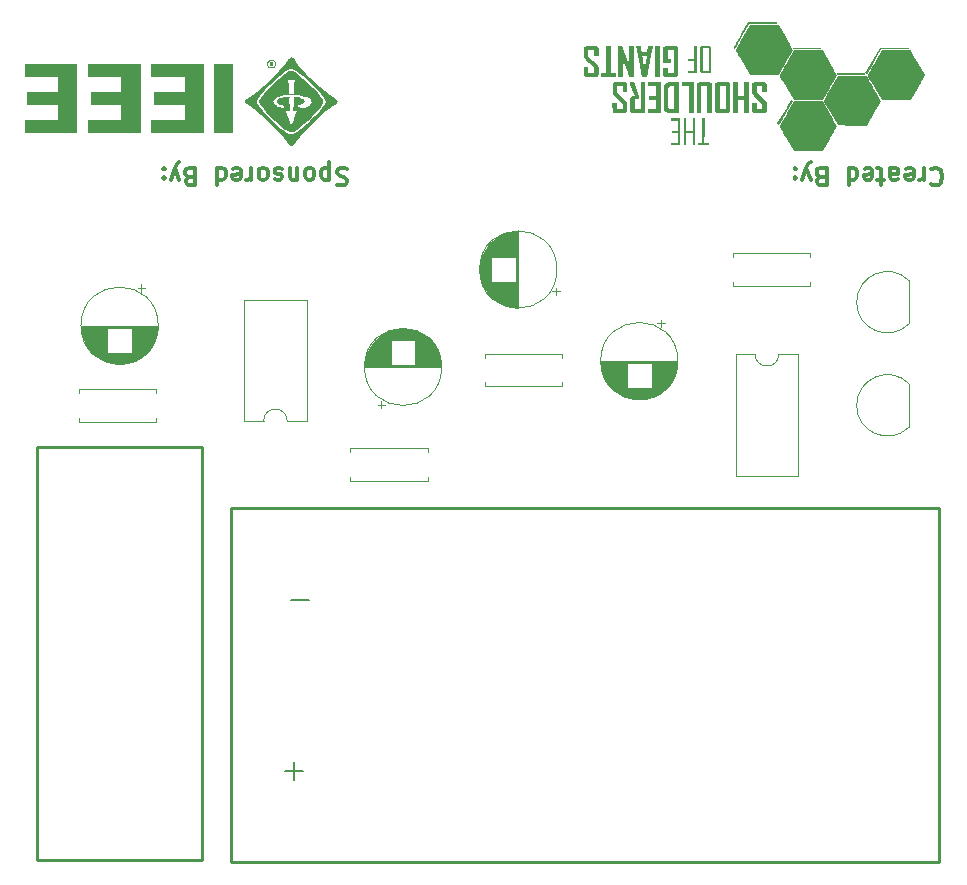
<source format=gbr>
G04 #@! TF.GenerationSoftware,KiCad,Pcbnew,(5.99.0-879-ga0698723b)*
G04 #@! TF.CreationDate,2020-02-28T07:42:53-06:00*
G04 #@! TF.ProjectId,Primary,5072696d-6172-4792-9e6b-696361645f70,rev?*
G04 #@! TF.SameCoordinates,Original*
G04 #@! TF.FileFunction,Legend,Top*
G04 #@! TF.FilePolarity,Positive*
%FSLAX46Y46*%
G04 Gerber Fmt 4.6, Leading zero omitted, Abs format (unit mm)*
G04 Created by KiCad (PCBNEW (5.99.0-879-ga0698723b)) date 2020-02-28 07:42:53*
%MOMM*%
%LPD*%
G01*
G04 APERTURE LIST*
%ADD10C,0.300000*%
%ADD11C,0.250000*%
%ADD12C,0.120000*%
%ADD13C,0.150000*%
G04 APERTURE END LIST*
D10*
X211321428Y-97324285D02*
X211392857Y-97252857D01*
X211607142Y-97181428D01*
X211750000Y-97181428D01*
X211964285Y-97252857D01*
X212107142Y-97395714D01*
X212178571Y-97538571D01*
X212250000Y-97824285D01*
X212250000Y-98038571D01*
X212178571Y-98324285D01*
X212107142Y-98467142D01*
X211964285Y-98610000D01*
X211750000Y-98681428D01*
X211607142Y-98681428D01*
X211392857Y-98610000D01*
X211321428Y-98538571D01*
X210678571Y-97181428D02*
X210678571Y-98181428D01*
X210678571Y-97895714D02*
X210607142Y-98038571D01*
X210535714Y-98110000D01*
X210392857Y-98181428D01*
X210250000Y-98181428D01*
X209178571Y-97252857D02*
X209321428Y-97181428D01*
X209607142Y-97181428D01*
X209750000Y-97252857D01*
X209821428Y-97395714D01*
X209821428Y-97967142D01*
X209750000Y-98110000D01*
X209607142Y-98181428D01*
X209321428Y-98181428D01*
X209178571Y-98110000D01*
X209107142Y-97967142D01*
X209107142Y-97824285D01*
X209821428Y-97681428D01*
X207821428Y-97181428D02*
X207821428Y-97967142D01*
X207892857Y-98110000D01*
X208035714Y-98181428D01*
X208321428Y-98181428D01*
X208464285Y-98110000D01*
X207821428Y-97252857D02*
X207964285Y-97181428D01*
X208321428Y-97181428D01*
X208464285Y-97252857D01*
X208535714Y-97395714D01*
X208535714Y-97538571D01*
X208464285Y-97681428D01*
X208321428Y-97752857D01*
X207964285Y-97752857D01*
X207821428Y-97824285D01*
X207321428Y-98181428D02*
X206750000Y-98181428D01*
X207107142Y-98681428D02*
X207107142Y-97395714D01*
X207035714Y-97252857D01*
X206892857Y-97181428D01*
X206750000Y-97181428D01*
X205678571Y-97252857D02*
X205821428Y-97181428D01*
X206107142Y-97181428D01*
X206250000Y-97252857D01*
X206321428Y-97395714D01*
X206321428Y-97967142D01*
X206250000Y-98110000D01*
X206107142Y-98181428D01*
X205821428Y-98181428D01*
X205678571Y-98110000D01*
X205607142Y-97967142D01*
X205607142Y-97824285D01*
X206321428Y-97681428D01*
X204321428Y-97181428D02*
X204321428Y-98681428D01*
X204321428Y-97252857D02*
X204464285Y-97181428D01*
X204750000Y-97181428D01*
X204892857Y-97252857D01*
X204964285Y-97324285D01*
X205035714Y-97467142D01*
X205035714Y-97895714D01*
X204964285Y-98038571D01*
X204892857Y-98110000D01*
X204750000Y-98181428D01*
X204464285Y-98181428D01*
X204321428Y-98110000D01*
X201964285Y-97967142D02*
X201750000Y-97895714D01*
X201678571Y-97824285D01*
X201607142Y-97681428D01*
X201607142Y-97467142D01*
X201678571Y-97324285D01*
X201750000Y-97252857D01*
X201892857Y-97181428D01*
X202464285Y-97181428D01*
X202464285Y-98681428D01*
X201964285Y-98681428D01*
X201821428Y-98610000D01*
X201750000Y-98538571D01*
X201678571Y-98395714D01*
X201678571Y-98252857D01*
X201750000Y-98110000D01*
X201821428Y-98038571D01*
X201964285Y-97967142D01*
X202464285Y-97967142D01*
X201107142Y-98181428D02*
X200750000Y-97181428D01*
X200392857Y-98181428D02*
X200750000Y-97181428D01*
X200892857Y-96824285D01*
X200964285Y-96752857D01*
X201107142Y-96681428D01*
X199821428Y-97324285D02*
X199750000Y-97252857D01*
X199821428Y-97181428D01*
X199892857Y-97252857D01*
X199821428Y-97324285D01*
X199821428Y-97181428D01*
X199821428Y-98110000D02*
X199750000Y-98038571D01*
X199821428Y-97967142D01*
X199892857Y-98038571D01*
X199821428Y-98110000D01*
X199821428Y-97967142D01*
X161865714Y-97252857D02*
X161651428Y-97181428D01*
X161294285Y-97181428D01*
X161151428Y-97252857D01*
X161080000Y-97324285D01*
X161008571Y-97467142D01*
X161008571Y-97610000D01*
X161080000Y-97752857D01*
X161151428Y-97824285D01*
X161294285Y-97895714D01*
X161580000Y-97967142D01*
X161722857Y-98038571D01*
X161794285Y-98110000D01*
X161865714Y-98252857D01*
X161865714Y-98395714D01*
X161794285Y-98538571D01*
X161722857Y-98610000D01*
X161580000Y-98681428D01*
X161222857Y-98681428D01*
X161008571Y-98610000D01*
X160365714Y-98181428D02*
X160365714Y-96681428D01*
X160365714Y-98110000D02*
X160222857Y-98181428D01*
X159937142Y-98181428D01*
X159794285Y-98110000D01*
X159722857Y-98038571D01*
X159651428Y-97895714D01*
X159651428Y-97467142D01*
X159722857Y-97324285D01*
X159794285Y-97252857D01*
X159937142Y-97181428D01*
X160222857Y-97181428D01*
X160365714Y-97252857D01*
X158794285Y-97181428D02*
X158937142Y-97252857D01*
X159008571Y-97324285D01*
X159080000Y-97467142D01*
X159080000Y-97895714D01*
X159008571Y-98038571D01*
X158937142Y-98110000D01*
X158794285Y-98181428D01*
X158580000Y-98181428D01*
X158437142Y-98110000D01*
X158365714Y-98038571D01*
X158294285Y-97895714D01*
X158294285Y-97467142D01*
X158365714Y-97324285D01*
X158437142Y-97252857D01*
X158580000Y-97181428D01*
X158794285Y-97181428D01*
X157651428Y-98181428D02*
X157651428Y-97181428D01*
X157651428Y-98038571D02*
X157580000Y-98110000D01*
X157437142Y-98181428D01*
X157222857Y-98181428D01*
X157080000Y-98110000D01*
X157008571Y-97967142D01*
X157008571Y-97181428D01*
X156365714Y-97252857D02*
X156222857Y-97181428D01*
X155937142Y-97181428D01*
X155794285Y-97252857D01*
X155722857Y-97395714D01*
X155722857Y-97467142D01*
X155794285Y-97610000D01*
X155937142Y-97681428D01*
X156151428Y-97681428D01*
X156294285Y-97752857D01*
X156365714Y-97895714D01*
X156365714Y-97967142D01*
X156294285Y-98110000D01*
X156151428Y-98181428D01*
X155937142Y-98181428D01*
X155794285Y-98110000D01*
X154865714Y-97181428D02*
X155008571Y-97252857D01*
X155080000Y-97324285D01*
X155151428Y-97467142D01*
X155151428Y-97895714D01*
X155080000Y-98038571D01*
X155008571Y-98110000D01*
X154865714Y-98181428D01*
X154651428Y-98181428D01*
X154508571Y-98110000D01*
X154437142Y-98038571D01*
X154365714Y-97895714D01*
X154365714Y-97467142D01*
X154437142Y-97324285D01*
X154508571Y-97252857D01*
X154651428Y-97181428D01*
X154865714Y-97181428D01*
X153722857Y-97181428D02*
X153722857Y-98181428D01*
X153722857Y-97895714D02*
X153651428Y-98038571D01*
X153580000Y-98110000D01*
X153437142Y-98181428D01*
X153294285Y-98181428D01*
X152222857Y-97252857D02*
X152365714Y-97181428D01*
X152651428Y-97181428D01*
X152794285Y-97252857D01*
X152865714Y-97395714D01*
X152865714Y-97967142D01*
X152794285Y-98110000D01*
X152651428Y-98181428D01*
X152365714Y-98181428D01*
X152222857Y-98110000D01*
X152151428Y-97967142D01*
X152151428Y-97824285D01*
X152865714Y-97681428D01*
X150865714Y-97181428D02*
X150865714Y-98681428D01*
X150865714Y-97252857D02*
X151008571Y-97181428D01*
X151294285Y-97181428D01*
X151437142Y-97252857D01*
X151508571Y-97324285D01*
X151580000Y-97467142D01*
X151580000Y-97895714D01*
X151508571Y-98038571D01*
X151437142Y-98110000D01*
X151294285Y-98181428D01*
X151008571Y-98181428D01*
X150865714Y-98110000D01*
X148508571Y-97967142D02*
X148294285Y-97895714D01*
X148222857Y-97824285D01*
X148151428Y-97681428D01*
X148151428Y-97467142D01*
X148222857Y-97324285D01*
X148294285Y-97252857D01*
X148437142Y-97181428D01*
X149008571Y-97181428D01*
X149008571Y-98681428D01*
X148508571Y-98681428D01*
X148365714Y-98610000D01*
X148294285Y-98538571D01*
X148222857Y-98395714D01*
X148222857Y-98252857D01*
X148294285Y-98110000D01*
X148365714Y-98038571D01*
X148508571Y-97967142D01*
X149008571Y-97967142D01*
X147651428Y-98181428D02*
X147294285Y-97181428D01*
X146937142Y-98181428D02*
X147294285Y-97181428D01*
X147437142Y-96824285D01*
X147508571Y-96752857D01*
X147651428Y-96681428D01*
X146365714Y-97324285D02*
X146294285Y-97252857D01*
X146365714Y-97181428D01*
X146437142Y-97252857D01*
X146365714Y-97324285D01*
X146365714Y-97181428D01*
X146365714Y-98110000D02*
X146294285Y-98038571D01*
X146365714Y-97967142D01*
X146437142Y-98038571D01*
X146365714Y-98110000D01*
X146365714Y-97967142D01*
G36*
X190059527Y-95262500D02*
G01*
X189321664Y-95262500D01*
X189321664Y-95087500D01*
X189859429Y-95087500D01*
X189859429Y-94250000D01*
X189371689Y-94250000D01*
X189371689Y-94075000D01*
X189859429Y-94075000D01*
X189859429Y-93187500D01*
X189309158Y-93187500D01*
X189309158Y-93139063D01*
X189311306Y-93095060D01*
X189316523Y-93053902D01*
X189316974Y-93051563D01*
X189324791Y-93012500D01*
X190059527Y-93012500D01*
X190059527Y-95262500D01*
G37*
G36*
X190578533Y-94100006D02*
G01*
X190850542Y-94100003D01*
X191122550Y-94100000D01*
X191122550Y-93012500D01*
X191322649Y-93012500D01*
X191322649Y-95262500D01*
X191122550Y-95262500D01*
X191122550Y-94275000D01*
X190584786Y-94275000D01*
X190584786Y-95262500D01*
X190368511Y-95262500D01*
X190376599Y-95166865D01*
X190377853Y-95139588D01*
X190379048Y-95089391D01*
X190380168Y-95018354D01*
X190381199Y-94928555D01*
X190382125Y-94822074D01*
X190382933Y-94700991D01*
X190383605Y-94567386D01*
X190384129Y-94423338D01*
X190384488Y-94270926D01*
X190384669Y-94112230D01*
X190384687Y-94041865D01*
X190384687Y-93012500D01*
X190587215Y-93012500D01*
X190578533Y-94100006D01*
G37*
G36*
X192122300Y-94046875D02*
G01*
X192120258Y-95081250D01*
X192296736Y-95084719D01*
X192473215Y-95088187D01*
X192473215Y-95262500D01*
X191572772Y-95262500D01*
X191572772Y-95087500D01*
X191922944Y-95087500D01*
X191922944Y-93012500D01*
X192124343Y-93012500D01*
X192122300Y-94046875D01*
G37*
G36*
X202726175Y-92599751D02*
G01*
X202811933Y-92748826D01*
X202893978Y-92891936D01*
X202971463Y-93027576D01*
X203043542Y-93154243D01*
X203109369Y-93270432D01*
X203168096Y-93374641D01*
X203218878Y-93465366D01*
X203260869Y-93541102D01*
X203293222Y-93600346D01*
X203315090Y-93641594D01*
X203325627Y-93663342D01*
X203326470Y-93666301D01*
X203319747Y-93679419D01*
X203301362Y-93712666D01*
X203272180Y-93764528D01*
X203233065Y-93833496D01*
X203184882Y-93918057D01*
X203128496Y-94016700D01*
X203064770Y-94127913D01*
X202994569Y-94250186D01*
X202918758Y-94382006D01*
X202838200Y-94521862D01*
X202753761Y-94668243D01*
X202722036Y-94723186D01*
X202121768Y-95762501D01*
X200902390Y-95761942D01*
X199683013Y-95761384D01*
X199077922Y-94711200D01*
X198976506Y-94535092D01*
X198886952Y-94379344D01*
X198808565Y-94242694D01*
X198740653Y-94123878D01*
X198682522Y-94021634D01*
X198633480Y-93934700D01*
X198592831Y-93861813D01*
X198559884Y-93801709D01*
X198533945Y-93753127D01*
X198514321Y-93714805D01*
X198500318Y-93685478D01*
X198491243Y-93663885D01*
X198486403Y-93648763D01*
X198485104Y-93638849D01*
X198486237Y-93633634D01*
X198494314Y-93619064D01*
X198514030Y-93584398D01*
X198544497Y-93531176D01*
X198584827Y-93460941D01*
X198634131Y-93375233D01*
X198691522Y-93275595D01*
X198756110Y-93163569D01*
X198827010Y-93040695D01*
X198903331Y-92908516D01*
X198984186Y-92768573D01*
X199068687Y-92622408D01*
X199092491Y-92581250D01*
X199685338Y-91556250D01*
X200903526Y-91553512D01*
X202121713Y-91550773D01*
X202726175Y-92599751D01*
G37*
G36*
X199520529Y-91354943D02*
G01*
X199540021Y-91378279D01*
X199564676Y-91416868D01*
X199567461Y-91421686D01*
X199614489Y-91503801D01*
X199010937Y-92550724D01*
X198904599Y-92734975D01*
X198810038Y-92898369D01*
X198726714Y-93041807D01*
X198654088Y-93166190D01*
X198591620Y-93272420D01*
X198538772Y-93361398D01*
X198495003Y-93434026D01*
X198459774Y-93491205D01*
X198432546Y-93533837D01*
X198412779Y-93562823D01*
X198399934Y-93579064D01*
X198393471Y-93583463D01*
X198393058Y-93583198D01*
X198379634Y-93565035D01*
X198359288Y-93532502D01*
X198340567Y-93500000D01*
X198302402Y-93431250D01*
X198900124Y-92396289D01*
X198985638Y-92248309D01*
X199067726Y-92106431D01*
X199145513Y-91972158D01*
X199218122Y-91846995D01*
X199284678Y-91732445D01*
X199344305Y-91630013D01*
X199396126Y-91541203D01*
X199439266Y-91467520D01*
X199472848Y-91410467D01*
X199495998Y-91371549D01*
X199507838Y-91352271D01*
X199509140Y-91350449D01*
X199520529Y-91354943D01*
G37*
G36*
X185262709Y-89953346D02*
G01*
X185329485Y-89954628D01*
X185380445Y-89956663D01*
X185417889Y-89959513D01*
X185444113Y-89963242D01*
X185460507Y-89967576D01*
X185493047Y-89980044D01*
X185519208Y-89993160D01*
X185539685Y-90009640D01*
X185555175Y-90032200D01*
X185566372Y-90063554D01*
X185573973Y-90106420D01*
X185578673Y-90163512D01*
X185581168Y-90237545D01*
X185582153Y-90331236D01*
X185582324Y-90443130D01*
X185582324Y-90800000D01*
X185194633Y-90800000D01*
X185194633Y-90275000D01*
X184718750Y-90275000D01*
X184719922Y-90530276D01*
X184721093Y-90785552D01*
X185128615Y-91170694D01*
X185237987Y-91274520D01*
X185329678Y-91362598D01*
X185404621Y-91435872D01*
X185463752Y-91495289D01*
X185508005Y-91541794D01*
X185538317Y-91576334D01*
X185555621Y-91599853D01*
X185558955Y-91606043D01*
X185565592Y-91622783D01*
X185570822Y-91642481D01*
X185574812Y-91668161D01*
X185577728Y-91702852D01*
X185579739Y-91749580D01*
X185581009Y-91811373D01*
X185581707Y-91891256D01*
X185581998Y-91992258D01*
X185582030Y-92025000D01*
X185581953Y-92140730D01*
X185581169Y-92234203D01*
X185579113Y-92308166D01*
X185575220Y-92365360D01*
X185568926Y-92408532D01*
X185559666Y-92440424D01*
X185546876Y-92463781D01*
X185529991Y-92481347D01*
X185508445Y-92495867D01*
X185482275Y-92509779D01*
X185467550Y-92517023D01*
X185453069Y-92522904D01*
X185436229Y-92527544D01*
X185414431Y-92531064D01*
X185385073Y-92533584D01*
X185345555Y-92535226D01*
X185293276Y-92536110D01*
X185225635Y-92536357D01*
X185140032Y-92536088D01*
X185033866Y-92535424D01*
X184944510Y-92534779D01*
X184821611Y-92533819D01*
X184721185Y-92532827D01*
X184640694Y-92531664D01*
X184577598Y-92530191D01*
X184529358Y-92528270D01*
X184493436Y-92525764D01*
X184467293Y-92522533D01*
X184448389Y-92518440D01*
X184434186Y-92513346D01*
X184422144Y-92507113D01*
X184420671Y-92506250D01*
X184396407Y-92490332D01*
X184377068Y-92472424D01*
X184362088Y-92449636D01*
X184350902Y-92419078D01*
X184342944Y-92377861D01*
X184337649Y-92323095D01*
X184334452Y-92251889D01*
X184332788Y-92161353D01*
X184332108Y-92053457D01*
X184331002Y-91725000D01*
X184719399Y-91725000D01*
X184720511Y-91909375D01*
X184720774Y-91980398D01*
X184720729Y-92047669D01*
X184720398Y-92104749D01*
X184719808Y-92145200D01*
X184719583Y-92153125D01*
X184717545Y-92212500D01*
X185194633Y-92212500D01*
X185194519Y-91743750D01*
X184795566Y-91369890D01*
X184703415Y-91282988D01*
X184618818Y-91202135D01*
X184543513Y-91129055D01*
X184479235Y-91065471D01*
X184427723Y-91013107D01*
X184390713Y-90973686D01*
X184369942Y-90948933D01*
X184367287Y-90944890D01*
X184359265Y-90930392D01*
X184352858Y-90916004D01*
X184347885Y-90898883D01*
X184344164Y-90876184D01*
X184341513Y-90845061D01*
X184339751Y-90802671D01*
X184338696Y-90746169D01*
X184338167Y-90672710D01*
X184337983Y-90579449D01*
X184337962Y-90485299D01*
X184338016Y-90373336D01*
X184338287Y-90283623D01*
X184338938Y-90213408D01*
X184340132Y-90159941D01*
X184342033Y-90120472D01*
X184344803Y-90092250D01*
X184348606Y-90072524D01*
X184353605Y-90058543D01*
X184359963Y-90047557D01*
X184364281Y-90041549D01*
X184393751Y-90010681D01*
X184430030Y-89983086D01*
X184433065Y-89981250D01*
X184445181Y-89974791D01*
X184459123Y-89969522D01*
X184477469Y-89965303D01*
X184502799Y-89961994D01*
X184537691Y-89959454D01*
X184584727Y-89957543D01*
X184646483Y-89956120D01*
X184725541Y-89955045D01*
X184824478Y-89954177D01*
X184944510Y-89953383D01*
X185072520Y-89952787D01*
X185177820Y-89952753D01*
X185262709Y-89953346D01*
G37*
G36*
X186185547Y-89956250D02*
G01*
X186607205Y-91143750D01*
X186607829Y-91387500D01*
X186232644Y-91387500D01*
X186230086Y-91737500D01*
X186229392Y-91831505D01*
X186228729Y-91919852D01*
X186228125Y-91998706D01*
X186227610Y-92064234D01*
X186227214Y-92112600D01*
X186226966Y-92139968D01*
X186226959Y-92140625D01*
X186226391Y-92193750D01*
X186473387Y-92197140D01*
X186720384Y-92200529D01*
X186720384Y-89950000D01*
X187108075Y-89950000D01*
X187108075Y-92537500D01*
X186554677Y-92537226D01*
X186421872Y-92537105D01*
X186311693Y-92536823D01*
X186221756Y-92536284D01*
X186149675Y-92535393D01*
X186093065Y-92534053D01*
X186049541Y-92532171D01*
X186016717Y-92529649D01*
X185992209Y-92526393D01*
X185973630Y-92522307D01*
X185958596Y-92517296D01*
X185948387Y-92512953D01*
X185905812Y-92486074D01*
X185873031Y-92451855D01*
X185870271Y-92447602D01*
X185864320Y-92437005D01*
X185859386Y-92424959D01*
X185855374Y-92409165D01*
X185852188Y-92387324D01*
X185849732Y-92357134D01*
X185847913Y-92316297D01*
X185846635Y-92262511D01*
X185845801Y-92193478D01*
X185845318Y-92106896D01*
X185845090Y-92000465D01*
X185845022Y-91871887D01*
X185845019Y-91837500D01*
X185845081Y-91702199D01*
X185845334Y-91589605D01*
X185845861Y-91497428D01*
X185846743Y-91423376D01*
X185848061Y-91365158D01*
X185849899Y-91320482D01*
X185852337Y-91287056D01*
X185855457Y-91262590D01*
X185859342Y-91244791D01*
X185864072Y-91231369D01*
X185866858Y-91225426D01*
X185891470Y-91188505D01*
X185924982Y-91162166D01*
X185971805Y-91144464D01*
X186036349Y-91133456D01*
X186084926Y-91129286D01*
X186202985Y-91121535D01*
X186000469Y-90563893D01*
X185959408Y-90450738D01*
X185920774Y-90344094D01*
X185885446Y-90246399D01*
X185854304Y-90160095D01*
X185828226Y-90087622D01*
X185808093Y-90031420D01*
X185794784Y-89993930D01*
X185789245Y-89977811D01*
X185780537Y-89949372D01*
X186185547Y-89956250D01*
G37*
G36*
X188421221Y-92537500D02*
G01*
X187342075Y-92537500D01*
X187350047Y-92453125D01*
X187354505Y-92391709D01*
X187357438Y-92324050D01*
X187358109Y-92284375D01*
X187358198Y-92200000D01*
X188033530Y-92200000D01*
X188033530Y-91450000D01*
X187445741Y-91450000D01*
X187445741Y-91112500D01*
X188033530Y-91112500D01*
X188033530Y-90287500D01*
X187345692Y-90287500D01*
X187345692Y-89950000D01*
X188421221Y-89950000D01*
X188421221Y-92537500D01*
G37*
G36*
X189518137Y-92537500D02*
G01*
X189394143Y-92537305D01*
X189292455Y-92536652D01*
X189210367Y-92535439D01*
X189145175Y-92533567D01*
X189094176Y-92530933D01*
X189054664Y-92527438D01*
X189023935Y-92522980D01*
X189002258Y-92518244D01*
X188906720Y-92481443D01*
X188822547Y-92424930D01*
X188753290Y-92352006D01*
X188702500Y-92265974D01*
X188686975Y-92225000D01*
X188682797Y-92210296D01*
X188679183Y-92193081D01*
X188676093Y-92171545D01*
X188673485Y-92143878D01*
X188671321Y-92108269D01*
X188669558Y-92062908D01*
X188668158Y-92005985D01*
X188667080Y-91935688D01*
X188666282Y-91850207D01*
X188665725Y-91747732D01*
X188665369Y-91626453D01*
X188665173Y-91484558D01*
X188665097Y-91320238D01*
X188665091Y-91243750D01*
X188665123Y-91071644D01*
X189059055Y-91071644D01*
X189059081Y-91238954D01*
X189059082Y-91251890D01*
X189059114Y-91415009D01*
X189059228Y-91555002D01*
X189059475Y-91673743D01*
X189059910Y-91773107D01*
X189060587Y-91854966D01*
X189061557Y-91921196D01*
X189062875Y-91973670D01*
X189064595Y-92014263D01*
X189066769Y-92044847D01*
X189069451Y-92067298D01*
X189072694Y-92083490D01*
X189076553Y-92095296D01*
X189081079Y-92104590D01*
X189083497Y-92108696D01*
X189103446Y-92138294D01*
X189124707Y-92160206D01*
X189151362Y-92175687D01*
X189187494Y-92185990D01*
X189237187Y-92192369D01*
X189304523Y-92196078D01*
X189374224Y-92197974D01*
X189571787Y-92202197D01*
X189571787Y-90284829D01*
X189381068Y-90289324D01*
X189306413Y-90291399D01*
X189252080Y-90293988D01*
X189213378Y-90297741D01*
X189185618Y-90303309D01*
X189164109Y-90311343D01*
X189144783Y-90322106D01*
X189128246Y-90332210D01*
X189113981Y-90341722D01*
X189101822Y-90352459D01*
X189091599Y-90366241D01*
X189083147Y-90384887D01*
X189076297Y-90410215D01*
X189070881Y-90444044D01*
X189066732Y-90488192D01*
X189063683Y-90544479D01*
X189061565Y-90614723D01*
X189060210Y-90700743D01*
X189059453Y-90804357D01*
X189059124Y-90927385D01*
X189059055Y-91071644D01*
X188665123Y-91071644D01*
X188665124Y-91069829D01*
X188665252Y-90919102D01*
X188665516Y-90789763D01*
X188665958Y-90680005D01*
X188666618Y-90588023D01*
X188667539Y-90512011D01*
X188668763Y-90450163D01*
X188670330Y-90400672D01*
X188672282Y-90361733D01*
X188674662Y-90331540D01*
X188677509Y-90308286D01*
X188680867Y-90290166D01*
X188684776Y-90275373D01*
X188687564Y-90266882D01*
X188732854Y-90169014D01*
X188794679Y-90089383D01*
X188874604Y-90026357D01*
X188958387Y-89984442D01*
X188977240Y-89977200D01*
X188996093Y-89971297D01*
X189017685Y-89966570D01*
X189044751Y-89962855D01*
X189080028Y-89959990D01*
X189126253Y-89957811D01*
X189186162Y-89956155D01*
X189262491Y-89954860D01*
X189357977Y-89953761D01*
X189475357Y-89952697D01*
X189493624Y-89952542D01*
X189959478Y-89948606D01*
X189959478Y-92537500D01*
X189518137Y-92537500D01*
G37*
G36*
X191210094Y-92537500D02*
G01*
X191013122Y-92537504D01*
X190816150Y-92537507D01*
X190819896Y-91418754D01*
X190823643Y-90300000D01*
X190184589Y-90300000D01*
X190184589Y-89950000D01*
X191210094Y-89950000D01*
X191210094Y-92537500D01*
G37*
G36*
X192116790Y-89950619D02*
G01*
X192245232Y-89950959D01*
X192350902Y-89951741D01*
X192436038Y-89953042D01*
X192502880Y-89954938D01*
X192553663Y-89957507D01*
X192590627Y-89960826D01*
X192616010Y-89964972D01*
X192627601Y-89968234D01*
X192689549Y-90001061D01*
X192731703Y-90047730D01*
X192748300Y-90086572D01*
X192750506Y-90107217D01*
X192752520Y-90152082D01*
X192754334Y-90220389D01*
X192755940Y-90311361D01*
X192757331Y-90424218D01*
X192758499Y-90558182D01*
X192759435Y-90712474D01*
X192760132Y-90886316D01*
X192760583Y-91078930D01*
X192760779Y-91289537D01*
X192760787Y-91334375D01*
X192760857Y-92537500D01*
X192563885Y-92537504D01*
X192366913Y-92537507D01*
X192370657Y-91412504D01*
X192374400Y-90287500D01*
X191847907Y-90287500D01*
X191847907Y-92537500D01*
X191460217Y-92537500D01*
X191460217Y-91324599D01*
X191460209Y-91119322D01*
X191460234Y-90937548D01*
X191460364Y-90777781D01*
X191460671Y-90638523D01*
X191461230Y-90518279D01*
X191462111Y-90415551D01*
X191463388Y-90328842D01*
X191465134Y-90256656D01*
X191467420Y-90197497D01*
X191470320Y-90149866D01*
X191473905Y-90112269D01*
X191478250Y-90083207D01*
X191483426Y-90061185D01*
X191489505Y-90044705D01*
X191496562Y-90032271D01*
X191504667Y-90022386D01*
X191513894Y-90013553D01*
X191524262Y-90004324D01*
X191540764Y-89991012D01*
X191559725Y-89980060D01*
X191583610Y-89971245D01*
X191614884Y-89964343D01*
X191656012Y-89959131D01*
X191709458Y-89955386D01*
X191777687Y-89952883D01*
X191863165Y-89951401D01*
X191968355Y-89950714D01*
X192095722Y-89950600D01*
X192116790Y-89950619D01*
G37*
G36*
X194315193Y-92264383D02*
G01*
X194313716Y-92313793D01*
X194311956Y-92352348D01*
X194309871Y-92381618D01*
X194307421Y-92403177D01*
X194304568Y-92418595D01*
X194301270Y-92429443D01*
X194297487Y-92437295D01*
X194293179Y-92443720D01*
X194292088Y-92445192D01*
X194262304Y-92478563D01*
X194231782Y-92505478D01*
X194222422Y-92511854D01*
X194211435Y-92517105D01*
X194196412Y-92521362D01*
X194174942Y-92524753D01*
X194144617Y-92527407D01*
X194103025Y-92529453D01*
X194047758Y-92531019D01*
X193976405Y-92532235D01*
X193886557Y-92533230D01*
X193775804Y-92534132D01*
X193683945Y-92534781D01*
X193557062Y-92535620D01*
X193452687Y-92536154D01*
X193368317Y-92536284D01*
X193301447Y-92535906D01*
X193249575Y-92534918D01*
X193210196Y-92533218D01*
X193180808Y-92530704D01*
X193158906Y-92527275D01*
X193141987Y-92522827D01*
X193127548Y-92517258D01*
X193115398Y-92511589D01*
X193064294Y-92476526D01*
X193035574Y-92436681D01*
X193031353Y-92427795D01*
X193027646Y-92417666D01*
X193024417Y-92404709D01*
X193021635Y-92387338D01*
X193019267Y-92363970D01*
X193017278Y-92333018D01*
X193015637Y-92292899D01*
X193014311Y-92242027D01*
X193013265Y-92178818D01*
X193012468Y-92101687D01*
X193011886Y-92009048D01*
X193011487Y-91899318D01*
X193011236Y-91770911D01*
X193011102Y-91622243D01*
X193011051Y-91451728D01*
X193011050Y-91259873D01*
X193011201Y-91055594D01*
X193011623Y-90868223D01*
X193012306Y-90698666D01*
X193013240Y-90547825D01*
X193014416Y-90416603D01*
X193015824Y-90305906D01*
X193016160Y-90287500D01*
X193398671Y-90287500D01*
X193398671Y-92200000D01*
X193936435Y-92200000D01*
X193936435Y-90287500D01*
X193398671Y-90287500D01*
X193016160Y-90287500D01*
X193017454Y-90216636D01*
X193019298Y-90149697D01*
X193021345Y-90105992D01*
X193023477Y-90086790D01*
X193050680Y-90033086D01*
X193096668Y-89990228D01*
X193154801Y-89963735D01*
X193183503Y-89959496D01*
X193233207Y-89956027D01*
X193300404Y-89953311D01*
X193381588Y-89951330D01*
X193473251Y-89950067D01*
X193571885Y-89949505D01*
X193673984Y-89949628D01*
X193776040Y-89950418D01*
X193874545Y-89951859D01*
X193965992Y-89953933D01*
X194046874Y-89956622D01*
X194113683Y-89959911D01*
X194162912Y-89963783D01*
X194191054Y-89968219D01*
X194192811Y-89968776D01*
X194251866Y-90001438D01*
X194294400Y-90049884D01*
X194316810Y-90109897D01*
X194317591Y-90114832D01*
X194318696Y-90135148D01*
X194319671Y-90178580D01*
X194320511Y-90243248D01*
X194321208Y-90327269D01*
X194321757Y-90428760D01*
X194322151Y-90545840D01*
X194322384Y-90676625D01*
X194322448Y-90819235D01*
X194322339Y-90971785D01*
X194322049Y-91132396D01*
X194321603Y-91289714D01*
X194320952Y-91482545D01*
X194320339Y-91651948D01*
X194319723Y-91799495D01*
X194319064Y-91926756D01*
X194318321Y-92035304D01*
X194317456Y-92126710D01*
X194316461Y-92200000D01*
X194316426Y-92202546D01*
X194315193Y-92264383D01*
G37*
G36*
X194974446Y-91112500D02*
G01*
X195499705Y-91112500D01*
X195499705Y-89950000D01*
X195887395Y-89950000D01*
X195887395Y-92537500D01*
X195690423Y-92537505D01*
X195493451Y-92537509D01*
X195497724Y-92006255D01*
X195501996Y-91475000D01*
X194974446Y-91475000D01*
X194974446Y-92537500D01*
X194574249Y-92537500D01*
X194574249Y-89950000D01*
X194974446Y-89950000D01*
X194974446Y-91112500D01*
G37*
G36*
X197068519Y-89953346D02*
G01*
X197135295Y-89954628D01*
X197186255Y-89956663D01*
X197223699Y-89959513D01*
X197249923Y-89963242D01*
X197266317Y-89967576D01*
X197298857Y-89980044D01*
X197325018Y-89993160D01*
X197345495Y-90009640D01*
X197360984Y-90032200D01*
X197372182Y-90063554D01*
X197379783Y-90106420D01*
X197384483Y-90163512D01*
X197386978Y-90237545D01*
X197387963Y-90331236D01*
X197388134Y-90443130D01*
X197388134Y-90800000D01*
X197000443Y-90800000D01*
X197000443Y-90275000D01*
X196524560Y-90275000D01*
X196525731Y-90530276D01*
X196526903Y-90785552D01*
X196934425Y-91170694D01*
X197043797Y-91274520D01*
X197135488Y-91362598D01*
X197210431Y-91435872D01*
X197269562Y-91495289D01*
X197313815Y-91541794D01*
X197344127Y-91576334D01*
X197361431Y-91599853D01*
X197364765Y-91606043D01*
X197371402Y-91622783D01*
X197376631Y-91642481D01*
X197380621Y-91668161D01*
X197383538Y-91702852D01*
X197385549Y-91749580D01*
X197386819Y-91811373D01*
X197387517Y-91891256D01*
X197387808Y-91992258D01*
X197387840Y-92025000D01*
X197387763Y-92140730D01*
X197386979Y-92234203D01*
X197384923Y-92308166D01*
X197381030Y-92365360D01*
X197374736Y-92408532D01*
X197365476Y-92440424D01*
X197352686Y-92463781D01*
X197335801Y-92481347D01*
X197314255Y-92495867D01*
X197288085Y-92509779D01*
X197273360Y-92517023D01*
X197258879Y-92522904D01*
X197242039Y-92527544D01*
X197220241Y-92531064D01*
X197190883Y-92533584D01*
X197151365Y-92535226D01*
X197099086Y-92536110D01*
X197031445Y-92536357D01*
X196945842Y-92536088D01*
X196839676Y-92535424D01*
X196750320Y-92534779D01*
X196627421Y-92533819D01*
X196526995Y-92532827D01*
X196446504Y-92531664D01*
X196383408Y-92530191D01*
X196335168Y-92528270D01*
X196299246Y-92525764D01*
X196273103Y-92522533D01*
X196254199Y-92518440D01*
X196239996Y-92513346D01*
X196227954Y-92507113D01*
X196226481Y-92506250D01*
X196202217Y-92490332D01*
X196182878Y-92472424D01*
X196167898Y-92449636D01*
X196156711Y-92419078D01*
X196148754Y-92377861D01*
X196143459Y-92323095D01*
X196140262Y-92251889D01*
X196138598Y-92161353D01*
X196137918Y-92053457D01*
X196136812Y-91725000D01*
X196525209Y-91725000D01*
X196526321Y-91909375D01*
X196526584Y-91980398D01*
X196526539Y-92047669D01*
X196526208Y-92104749D01*
X196525617Y-92145200D01*
X196525393Y-92153125D01*
X196523355Y-92212500D01*
X197000443Y-92212500D01*
X197000329Y-91743750D01*
X196601376Y-91369890D01*
X196509225Y-91282988D01*
X196424628Y-91202135D01*
X196349322Y-91129055D01*
X196285045Y-91065471D01*
X196233533Y-91013107D01*
X196196523Y-90973686D01*
X196175752Y-90948933D01*
X196173097Y-90944890D01*
X196165075Y-90930392D01*
X196158668Y-90916004D01*
X196153695Y-90898883D01*
X196149974Y-90876184D01*
X196147323Y-90845061D01*
X196145561Y-90802671D01*
X196144506Y-90746169D01*
X196143977Y-90672710D01*
X196143793Y-90579449D01*
X196143772Y-90485299D01*
X196143826Y-90373336D01*
X196144097Y-90283623D01*
X196144748Y-90213408D01*
X196145942Y-90159941D01*
X196147843Y-90120472D01*
X196150613Y-90092250D01*
X196154416Y-90072524D01*
X196159415Y-90058543D01*
X196165772Y-90047557D01*
X196170091Y-90041549D01*
X196199561Y-90010681D01*
X196235840Y-89983086D01*
X196238875Y-89981250D01*
X196250991Y-89974791D01*
X196264933Y-89969522D01*
X196283279Y-89965303D01*
X196308609Y-89961994D01*
X196343501Y-89959454D01*
X196390537Y-89957543D01*
X196452293Y-89956120D01*
X196531351Y-89955045D01*
X196630288Y-89954177D01*
X196750320Y-89953383D01*
X196878330Y-89952787D01*
X196983630Y-89952753D01*
X197068519Y-89953346D01*
G37*
G36*
X205864950Y-89440564D02*
G01*
X205890268Y-89482793D01*
X205925210Y-89542045D01*
X205968742Y-89616511D01*
X206019829Y-89704382D01*
X206077437Y-89803848D01*
X206140531Y-89913102D01*
X206208078Y-90030334D01*
X206279041Y-90153734D01*
X206352388Y-90281494D01*
X206427084Y-90411804D01*
X206502094Y-90542856D01*
X206576384Y-90672841D01*
X206648920Y-90799949D01*
X206718667Y-90922371D01*
X206784590Y-91038298D01*
X206845656Y-91145922D01*
X206900830Y-91243432D01*
X206949077Y-91329021D01*
X206989363Y-91400879D01*
X207020654Y-91457197D01*
X207041916Y-91496165D01*
X207052113Y-91515975D01*
X207052871Y-91518106D01*
X207046213Y-91530836D01*
X207027900Y-91563701D01*
X206998792Y-91615198D01*
X206959755Y-91683817D01*
X206911649Y-91768055D01*
X206855339Y-91866403D01*
X206791687Y-91977355D01*
X206721555Y-92099406D01*
X206645808Y-92231048D01*
X206565307Y-92370775D01*
X206480916Y-92517081D01*
X206448843Y-92572641D01*
X205848547Y-93612299D01*
X204629408Y-93609275D01*
X203410268Y-93606250D01*
X202806957Y-92562500D01*
X202721190Y-92414053D01*
X202639056Y-92271760D01*
X202561408Y-92137108D01*
X202489103Y-92011588D01*
X202422994Y-91896687D01*
X202363937Y-91793894D01*
X202312787Y-91704697D01*
X202270398Y-91630586D01*
X202237626Y-91573048D01*
X202215325Y-91533572D01*
X202204351Y-91513647D01*
X202203324Y-91511481D01*
X202209396Y-91499858D01*
X202227137Y-91468077D01*
X202255695Y-91417625D01*
X202294220Y-91349985D01*
X202341860Y-91266643D01*
X202397763Y-91169083D01*
X202461078Y-91058792D01*
X202530954Y-90937255D01*
X202606539Y-90805955D01*
X202686982Y-90666379D01*
X202771433Y-90520011D01*
X202808838Y-90455231D01*
X203414672Y-89406250D01*
X204627425Y-89403064D01*
X205840178Y-89399877D01*
X205864950Y-89440564D01*
G37*
G36*
X205713951Y-89243750D02*
G01*
X205753459Y-89312500D01*
X203418246Y-89312500D01*
X203379655Y-89249813D01*
X203358989Y-89215294D01*
X203344984Y-89190086D01*
X203341063Y-89181063D01*
X203353281Y-89180187D01*
X203388777Y-89179350D01*
X203445818Y-89178559D01*
X203522671Y-89177825D01*
X203617602Y-89177155D01*
X203728878Y-89176559D01*
X203854766Y-89176046D01*
X203993531Y-89175625D01*
X204143440Y-89175305D01*
X204302760Y-89175095D01*
X204469757Y-89175004D01*
X204507754Y-89175000D01*
X205674444Y-89175000D01*
X205713951Y-89243750D01*
G37*
G36*
X202728326Y-88296838D02*
G01*
X202814171Y-88445658D01*
X202896378Y-88588432D01*
X202974093Y-88723664D01*
X203046463Y-88849857D01*
X203112634Y-88965512D01*
X203171752Y-89069132D01*
X203222963Y-89159220D01*
X203265414Y-89234279D01*
X203298251Y-89292811D01*
X203320620Y-89333318D01*
X203331667Y-89354303D01*
X203332726Y-89356922D01*
X203326604Y-89369406D01*
X203308805Y-89402030D01*
X203280186Y-89453295D01*
X203241599Y-89521704D01*
X203193899Y-89605758D01*
X203137939Y-89703961D01*
X203074575Y-89814813D01*
X203004660Y-89936818D01*
X202929048Y-90068478D01*
X202848593Y-90208294D01*
X202764149Y-90354769D01*
X202728576Y-90416396D01*
X202124426Y-91462623D01*
X200906105Y-91459437D01*
X199687785Y-91456250D01*
X199082186Y-90407844D01*
X198996332Y-90259065D01*
X198914190Y-90116425D01*
X198836604Y-89981409D01*
X198764422Y-89855504D01*
X198698490Y-89740195D01*
X198639653Y-89636968D01*
X198588758Y-89547308D01*
X198546650Y-89472701D01*
X198514177Y-89414632D01*
X198492184Y-89374588D01*
X198481518Y-89354054D01*
X198480624Y-89351594D01*
X198487309Y-89339878D01*
X198505625Y-89307992D01*
X198534715Y-89257424D01*
X198573719Y-89189664D01*
X198621782Y-89106202D01*
X198678043Y-89008528D01*
X198741645Y-88898130D01*
X198811730Y-88776499D01*
X198887441Y-88645124D01*
X198967919Y-88505494D01*
X199052305Y-88359099D01*
X199088176Y-88296875D01*
X199691692Y-87250000D01*
X202123927Y-87250000D01*
X202728326Y-88296838D01*
G37*
G36*
X209591804Y-87290625D02*
G01*
X209601547Y-87307184D01*
X209622871Y-87343819D01*
X209654863Y-87398948D01*
X209696607Y-87470991D01*
X209747189Y-87558367D01*
X209805695Y-87659496D01*
X209871211Y-87772796D01*
X209942821Y-87896687D01*
X210019611Y-88029587D01*
X210100667Y-88169916D01*
X210185074Y-88316094D01*
X210200778Y-88343296D01*
X210785036Y-89355342D01*
X210764340Y-89393296D01*
X210755185Y-89409454D01*
X210734428Y-89445687D01*
X210702977Y-89500421D01*
X210661738Y-89572080D01*
X210611619Y-89659092D01*
X210553528Y-89759881D01*
X210488372Y-89872874D01*
X210417057Y-89996497D01*
X210340493Y-90129175D01*
X210259585Y-90269334D01*
X210175241Y-90415399D01*
X210158867Y-90443750D01*
X209574090Y-91456250D01*
X208355164Y-91459437D01*
X207136238Y-91462623D01*
X206530885Y-90413803D01*
X206445018Y-90264940D01*
X206362790Y-90122206D01*
X206285053Y-89987090D01*
X206212659Y-89861080D01*
X206146457Y-89745663D01*
X206087301Y-89642327D01*
X206036041Y-89552560D01*
X205993528Y-89477849D01*
X205960613Y-89419683D01*
X205938149Y-89379549D01*
X205926986Y-89358936D01*
X205925872Y-89356446D01*
X205932036Y-89344638D01*
X205949860Y-89312672D01*
X205978494Y-89262035D01*
X206017083Y-89194215D01*
X206064777Y-89110702D01*
X206120722Y-89012982D01*
X206184067Y-88902543D01*
X206253958Y-88780875D01*
X206329545Y-88649464D01*
X206409974Y-88509800D01*
X206494393Y-88363369D01*
X206531447Y-88299147D01*
X207136681Y-87250385D01*
X208351885Y-87250193D01*
X209567088Y-87250000D01*
X209591804Y-87290625D01*
G37*
G36*
X201971351Y-87056250D02*
G01*
X201993154Y-87092034D01*
X202009158Y-87118311D01*
X202022727Y-87142698D01*
X202027917Y-87155875D01*
X202015700Y-87156815D01*
X201980200Y-87157650D01*
X201923149Y-87158374D01*
X201846277Y-87158982D01*
X201751314Y-87159469D01*
X201639991Y-87159829D01*
X201514038Y-87160058D01*
X201375184Y-87160149D01*
X201225162Y-87160098D01*
X201065700Y-87159900D01*
X200898529Y-87159549D01*
X200856960Y-87159440D01*
X199686002Y-87156250D01*
X199648909Y-87090625D01*
X199611815Y-87025000D01*
X201952304Y-87025000D01*
X201971351Y-87056250D01*
G37*
G36*
X209440750Y-87093689D02*
G01*
X209480293Y-87162500D01*
X208283475Y-87162607D01*
X207086657Y-87162713D01*
X206680905Y-87865732D01*
X206562053Y-88071677D01*
X206455088Y-88257042D01*
X206359374Y-88422887D01*
X206274277Y-88570274D01*
X206199163Y-88700264D01*
X206133399Y-88813920D01*
X206076349Y-88912302D01*
X206027380Y-88996472D01*
X205985856Y-89067492D01*
X205951145Y-89126423D01*
X205922611Y-89174327D01*
X205899620Y-89212265D01*
X205881539Y-89241298D01*
X205867732Y-89262489D01*
X205857566Y-89276898D01*
X205850406Y-89285588D01*
X205845618Y-89289619D01*
X205842568Y-89290053D01*
X205840621Y-89287953D01*
X205839144Y-89284378D01*
X205837501Y-89280391D01*
X205836579Y-89278804D01*
X205822066Y-89255430D01*
X205801167Y-89219574D01*
X205786513Y-89193558D01*
X205751723Y-89130866D01*
X206357801Y-88081058D01*
X206963878Y-87031250D01*
X209401208Y-87024878D01*
X209440750Y-87093689D01*
G37*
G36*
X182725737Y-86903910D02*
G01*
X182816131Y-86904653D01*
X182893660Y-86905832D01*
X182955331Y-86907400D01*
X182998155Y-86909312D01*
X183019140Y-86911520D01*
X183019643Y-86911662D01*
X183054376Y-86926254D01*
X183085940Y-86943979D01*
X183105301Y-86957608D01*
X183120735Y-86972263D01*
X183132684Y-86990789D01*
X183141594Y-87016030D01*
X183147909Y-87050830D01*
X183152073Y-87098034D01*
X183154531Y-87160485D01*
X183155728Y-87241027D01*
X183156107Y-87342505D01*
X183156130Y-87393130D01*
X183156130Y-87750000D01*
X182768439Y-87750000D01*
X182768439Y-87225000D01*
X182292624Y-87225000D01*
X182293732Y-87480249D01*
X182294841Y-87735497D01*
X182702391Y-88120666D01*
X182811768Y-88224496D01*
X182903462Y-88312577D01*
X182978408Y-88385854D01*
X183037543Y-88445274D01*
X183081800Y-88491782D01*
X183112115Y-88526324D01*
X183129423Y-88549847D01*
X183132761Y-88556043D01*
X183139398Y-88572783D01*
X183144628Y-88592481D01*
X183148618Y-88618161D01*
X183151534Y-88652852D01*
X183153545Y-88699580D01*
X183154815Y-88761373D01*
X183155513Y-88841256D01*
X183155804Y-88942258D01*
X183155836Y-88975000D01*
X183155759Y-89090730D01*
X183154975Y-89184203D01*
X183152919Y-89258166D01*
X183149026Y-89315360D01*
X183142732Y-89358532D01*
X183133472Y-89390424D01*
X183120682Y-89413781D01*
X183103797Y-89431347D01*
X183082251Y-89445867D01*
X183056081Y-89459779D01*
X183041356Y-89467023D01*
X183026875Y-89472904D01*
X183010035Y-89477544D01*
X182988237Y-89481064D01*
X182958879Y-89483584D01*
X182919361Y-89485226D01*
X182867082Y-89486110D01*
X182799441Y-89486357D01*
X182713838Y-89486088D01*
X182607672Y-89485424D01*
X182518316Y-89484779D01*
X182378605Y-89484110D01*
X182261821Y-89483251D01*
X182165919Y-89480583D01*
X182088853Y-89474487D01*
X182028580Y-89463345D01*
X181983053Y-89445538D01*
X181950229Y-89419448D01*
X181928062Y-89383456D01*
X181914507Y-89335944D01*
X181907520Y-89275293D01*
X181905055Y-89199884D01*
X181905068Y-89108100D01*
X181905515Y-88999748D01*
X181905515Y-88675000D01*
X182293205Y-88675000D01*
X182294317Y-88859375D01*
X182294580Y-88930398D01*
X182294535Y-88997669D01*
X182294204Y-89054749D01*
X182293614Y-89095200D01*
X182293389Y-89103125D01*
X182291351Y-89162500D01*
X182768439Y-89162500D01*
X182768325Y-88693750D01*
X182369372Y-88319890D01*
X182277221Y-88232988D01*
X182192624Y-88152135D01*
X182117319Y-88079055D01*
X182053041Y-88015471D01*
X182001529Y-87963107D01*
X181964519Y-87923686D01*
X181943748Y-87898933D01*
X181941093Y-87894890D01*
X181933071Y-87880392D01*
X181926664Y-87866004D01*
X181921691Y-87848883D01*
X181917970Y-87826184D01*
X181915319Y-87795061D01*
X181913557Y-87752671D01*
X181912502Y-87696169D01*
X181911973Y-87622710D01*
X181911789Y-87529449D01*
X181911768Y-87435299D01*
X181911822Y-87323336D01*
X181912093Y-87233623D01*
X181912744Y-87163408D01*
X181913938Y-87109941D01*
X181915839Y-87070472D01*
X181918609Y-87042250D01*
X181922412Y-87022524D01*
X181927411Y-87008543D01*
X181933769Y-86997557D01*
X181938087Y-86991549D01*
X181967557Y-86960681D01*
X182003836Y-86933086D01*
X182006871Y-86931250D01*
X182018968Y-86924793D01*
X182032854Y-86919531D01*
X182051110Y-86915326D01*
X182076314Y-86912040D01*
X182111047Y-86909536D01*
X182157886Y-86907676D01*
X182219412Y-86906322D01*
X182298205Y-86905336D01*
X182396843Y-86904580D01*
X182517905Y-86903917D01*
X182518316Y-86903915D01*
X182625469Y-86903648D01*
X182725737Y-86903910D01*
G37*
G36*
X184181019Y-88021875D02*
G01*
X184179301Y-89143750D01*
X184393072Y-89147171D01*
X184606844Y-89150591D01*
X184606844Y-89487500D01*
X183352612Y-89487500D01*
X183360584Y-89403125D01*
X183365041Y-89341709D01*
X183367975Y-89274050D01*
X183368646Y-89234375D01*
X183368735Y-89150000D01*
X183793944Y-89150000D01*
X183793944Y-86900000D01*
X184182736Y-86900000D01*
X184181019Y-88021875D01*
G37*
G36*
X185598700Y-88060358D02*
G01*
X185633461Y-88152330D01*
X185662634Y-88229795D01*
X185685342Y-88290435D01*
X185700711Y-88331932D01*
X185707204Y-88350000D01*
X185720802Y-88387699D01*
X185735256Y-88424748D01*
X185748653Y-88456794D01*
X185759081Y-88479483D01*
X185764626Y-88488461D01*
X185763374Y-88479376D01*
X185762138Y-88475000D01*
X185760438Y-88457202D01*
X185758686Y-88416650D01*
X185756921Y-88355590D01*
X185755182Y-88276268D01*
X185753509Y-88180932D01*
X185751940Y-88071825D01*
X185750515Y-87951196D01*
X185749272Y-87821289D01*
X185748250Y-87684352D01*
X185748171Y-87671875D01*
X185743355Y-86900000D01*
X186132595Y-86900000D01*
X186132595Y-89487500D01*
X185784491Y-89487500D01*
X185762615Y-89428125D01*
X185753337Y-89403545D01*
X185736473Y-89359488D01*
X185712953Y-89298352D01*
X185683707Y-89222536D01*
X185649666Y-89134438D01*
X185611762Y-89036458D01*
X185570924Y-88930994D01*
X185528083Y-88820444D01*
X185484171Y-88707207D01*
X185440117Y-88593681D01*
X185396853Y-88482265D01*
X185355310Y-88375358D01*
X185316417Y-88275357D01*
X185281106Y-88184663D01*
X185250307Y-88105672D01*
X185224951Y-88040784D01*
X185205969Y-87992398D01*
X185194292Y-87962911D01*
X185190807Y-87954502D01*
X185190434Y-87966207D01*
X185190192Y-88000784D01*
X185190077Y-88056109D01*
X185190087Y-88130054D01*
X185190218Y-88220494D01*
X185190468Y-88325301D01*
X185190832Y-88442350D01*
X185191308Y-88569514D01*
X185191892Y-88704667D01*
X185191962Y-88719784D01*
X185195544Y-89487500D01*
X184803325Y-89487500D01*
X184811298Y-89403125D01*
X184812438Y-89378661D01*
X184813532Y-89331059D01*
X184814567Y-89262183D01*
X184815531Y-89173896D01*
X184816414Y-89068060D01*
X184817204Y-88946539D01*
X184817889Y-88811196D01*
X184818457Y-88663893D01*
X184818897Y-88506494D01*
X184819197Y-88340861D01*
X184819346Y-88168858D01*
X184819360Y-88109023D01*
X184819373Y-87931250D01*
X185169621Y-87931250D01*
X185175874Y-87937500D01*
X185182127Y-87931250D01*
X185175874Y-87925000D01*
X185169621Y-87931250D01*
X184819373Y-87931250D01*
X184819449Y-86899295D01*
X184989203Y-86902773D01*
X185158958Y-86906250D01*
X185421303Y-87593750D01*
X185469653Y-87720575D01*
X185515920Y-87842163D01*
X185549753Y-87931250D01*
X185559228Y-87956197D01*
X185598700Y-88060358D01*
G37*
G36*
X187541260Y-87980368D02*
G01*
X187511605Y-88133323D01*
X187481776Y-88287003D01*
X187452159Y-88439425D01*
X187423139Y-88588603D01*
X187395101Y-88732555D01*
X187368429Y-88869294D01*
X187343509Y-88996838D01*
X187320726Y-89113202D01*
X187300465Y-89216401D01*
X187283112Y-89304452D01*
X187269050Y-89375370D01*
X187258665Y-89427171D01*
X187252343Y-89457870D01*
X187250577Y-89465625D01*
X187245941Y-89473785D01*
X187235331Y-89479639D01*
X187215123Y-89483562D01*
X187181694Y-89485928D01*
X187131422Y-89487112D01*
X187060684Y-89487489D01*
X187039015Y-89487500D01*
X186834073Y-89487500D01*
X186826091Y-89440625D01*
X186822664Y-89421976D01*
X186814868Y-89380492D01*
X186803030Y-89317895D01*
X186787478Y-89235906D01*
X186768540Y-89136245D01*
X186746543Y-89020633D01*
X186721814Y-88890792D01*
X186694682Y-88748443D01*
X186665474Y-88595306D01*
X186634517Y-88433102D01*
X186602139Y-88263553D01*
X186581639Y-88156250D01*
X186548737Y-87983977D01*
X186517194Y-87818636D01*
X186499351Y-87725000D01*
X186858577Y-87725000D01*
X186864817Y-87759375D01*
X186869719Y-87787954D01*
X186877925Y-87837590D01*
X186888853Y-87904643D01*
X186901924Y-87985473D01*
X186916557Y-88076441D01*
X186932170Y-88173906D01*
X186948184Y-88274229D01*
X186964018Y-88373770D01*
X186979090Y-88468889D01*
X186992821Y-88555946D01*
X187004629Y-88631302D01*
X187013934Y-88691316D01*
X187020155Y-88732350D01*
X187021364Y-88740625D01*
X187029162Y-88789236D01*
X187036740Y-88826745D01*
X187042895Y-88847566D01*
X187044884Y-88850000D01*
X187048117Y-88838129D01*
X187054881Y-88804385D01*
X187064699Y-88751571D01*
X187077092Y-88682491D01*
X187091583Y-88599948D01*
X187107695Y-88506746D01*
X187124950Y-88405689D01*
X187142870Y-88299581D01*
X187160978Y-88191224D01*
X187178796Y-88083422D01*
X187195846Y-87978980D01*
X187211651Y-87880700D01*
X187225733Y-87791386D01*
X187230688Y-87759375D01*
X187235975Y-87725000D01*
X186858577Y-87725000D01*
X186499351Y-87725000D01*
X186487322Y-87661882D01*
X186459436Y-87515369D01*
X186433850Y-87380751D01*
X186410876Y-87259681D01*
X186390828Y-87153813D01*
X186374021Y-87064802D01*
X186360768Y-86994299D01*
X186351382Y-86943960D01*
X186346176Y-86915439D01*
X186345184Y-86909375D01*
X186356982Y-86906145D01*
X186389512Y-86903395D01*
X186438497Y-86901337D01*
X186499658Y-86900178D01*
X186536747Y-86900000D01*
X186728295Y-86900000D01*
X186755240Y-87078125D01*
X186765768Y-87148521D01*
X186775661Y-87216105D01*
X186783938Y-87274090D01*
X186789622Y-87315689D01*
X186790448Y-87322134D01*
X186798712Y-87388018D01*
X187044063Y-87384634D01*
X187289413Y-87381250D01*
X187364765Y-86906250D01*
X187555327Y-86902800D01*
X187636515Y-86902027D01*
X187694228Y-86903145D01*
X187729938Y-86906234D01*
X187745117Y-86911375D01*
X187745889Y-86913239D01*
X187743556Y-86927253D01*
X187736814Y-86963820D01*
X187726048Y-87020954D01*
X187711643Y-87096673D01*
X187693983Y-87188990D01*
X187673456Y-87295924D01*
X187650444Y-87415487D01*
X187625333Y-87545698D01*
X187598509Y-87684571D01*
X187590690Y-87725000D01*
X187570356Y-87830123D01*
X187541260Y-87980368D01*
G37*
G36*
X188346184Y-89487500D02*
G01*
X187958493Y-89487500D01*
X187958493Y-86900000D01*
X188346184Y-86900000D01*
X188346184Y-89487500D01*
G37*
G36*
X189552771Y-86903157D02*
G01*
X189620149Y-86904267D01*
X189672099Y-86906085D01*
X189711019Y-86908679D01*
X189739302Y-86912116D01*
X189759344Y-86916466D01*
X189765633Y-86918491D01*
X189824831Y-86951507D01*
X189867364Y-87000132D01*
X189889684Y-87060206D01*
X189890412Y-87064832D01*
X189891517Y-87085148D01*
X189892492Y-87128580D01*
X189893332Y-87193248D01*
X189894030Y-87277269D01*
X189894579Y-87378760D01*
X189894973Y-87495840D01*
X189895205Y-87626625D01*
X189895270Y-87769235D01*
X189895160Y-87921785D01*
X189894870Y-88082396D01*
X189894424Y-88239714D01*
X189893774Y-88432545D01*
X189893161Y-88601948D01*
X189892544Y-88749495D01*
X189891885Y-88876756D01*
X189891143Y-88985304D01*
X189890277Y-89076710D01*
X189889248Y-89152546D01*
X189888015Y-89214383D01*
X189886538Y-89263793D01*
X189884777Y-89302348D01*
X189882692Y-89331618D01*
X189880243Y-89353177D01*
X189877389Y-89368595D01*
X189874091Y-89379443D01*
X189870308Y-89387295D01*
X189866001Y-89393720D01*
X189864909Y-89395192D01*
X189835122Y-89428562D01*
X189804588Y-89455478D01*
X189795322Y-89461836D01*
X189784592Y-89467052D01*
X189769991Y-89471240D01*
X189749115Y-89474512D01*
X189719557Y-89476981D01*
X189678913Y-89478760D01*
X189624777Y-89479961D01*
X189554744Y-89480698D01*
X189466408Y-89481083D01*
X189357364Y-89481230D01*
X189255090Y-89481250D01*
X189127780Y-89481203D01*
X189023043Y-89480989D01*
X188938440Y-89480498D01*
X188871531Y-89479620D01*
X188819877Y-89478247D01*
X188781038Y-89476268D01*
X188752574Y-89473575D01*
X188732048Y-89470056D01*
X188717019Y-89465604D01*
X188705047Y-89460109D01*
X188698293Y-89456250D01*
X188672938Y-89439690D01*
X188652865Y-89421719D01*
X188637463Y-89399345D01*
X188626118Y-89369578D01*
X188618217Y-89329427D01*
X188613149Y-89275900D01*
X188610302Y-89206006D01*
X188609061Y-89116753D01*
X188608813Y-89019248D01*
X188608813Y-88700000D01*
X188996504Y-88700000D01*
X188996504Y-89150000D01*
X189509256Y-89150000D01*
X189509256Y-87237500D01*
X188996504Y-87237500D01*
X188996504Y-87962500D01*
X189284146Y-87962500D01*
X189284146Y-88287500D01*
X188607934Y-88287500D01*
X188611500Y-87657154D01*
X188612326Y-87515437D01*
X188613128Y-87396572D01*
X188614001Y-87298409D01*
X188615042Y-87218799D01*
X188616348Y-87155596D01*
X188618016Y-87106649D01*
X188620141Y-87069810D01*
X188622820Y-87042930D01*
X188626150Y-87023862D01*
X188630227Y-87010456D01*
X188635148Y-87000563D01*
X188641009Y-86992036D01*
X188641386Y-86991529D01*
X188670855Y-86960675D01*
X188707133Y-86933087D01*
X188710170Y-86931250D01*
X188722126Y-86924869D01*
X188735882Y-86919649D01*
X188753978Y-86915455D01*
X188778953Y-86912153D01*
X188813348Y-86909608D01*
X188859700Y-86907684D01*
X188920552Y-86906246D01*
X188998441Y-86905160D01*
X189095908Y-86904290D01*
X189215492Y-86903501D01*
X189234121Y-86903389D01*
X189362152Y-86902786D01*
X189467570Y-86902685D01*
X189552771Y-86903157D01*
G37*
G36*
X191447710Y-89150000D02*
G01*
X190722353Y-89150000D01*
X190722353Y-88975000D01*
X191247612Y-88975000D01*
X191247612Y-88125000D01*
X190759872Y-88125000D01*
X190759872Y-87950000D01*
X191247612Y-87950000D01*
X191247612Y-86900000D01*
X191447710Y-86900000D01*
X191447710Y-89150000D01*
G37*
G36*
X192696433Y-89025152D02*
G01*
X192691503Y-89051764D01*
X192685560Y-89071690D01*
X192678511Y-89086594D01*
X192670259Y-89098142D01*
X192660711Y-89107997D01*
X192649773Y-89117826D01*
X192648734Y-89118750D01*
X192639464Y-89125932D01*
X192627656Y-89131643D01*
X192610455Y-89136090D01*
X192585002Y-89139482D01*
X192548442Y-89142025D01*
X192497918Y-89143927D01*
X192430573Y-89145395D01*
X192343550Y-89146637D01*
X192249938Y-89147690D01*
X192141965Y-89148700D01*
X192056091Y-89149098D01*
X191989408Y-89148766D01*
X191939007Y-89147583D01*
X191901981Y-89145429D01*
X191875419Y-89142184D01*
X191856415Y-89137730D01*
X191842060Y-89131945D01*
X191839808Y-89130786D01*
X191825631Y-89123595D01*
X191813213Y-89116935D01*
X191802442Y-89109200D01*
X191793209Y-89098783D01*
X191785403Y-89084078D01*
X191778914Y-89063480D01*
X191773632Y-89035382D01*
X191769447Y-88998178D01*
X191766248Y-88950262D01*
X191763925Y-88890027D01*
X191762368Y-88815869D01*
X191761467Y-88726180D01*
X191761111Y-88619355D01*
X191761191Y-88493787D01*
X191761595Y-88347870D01*
X191762215Y-88179999D01*
X191762862Y-88009612D01*
X191766297Y-87075000D01*
X191960463Y-87075000D01*
X191960463Y-88975000D01*
X192510734Y-88975000D01*
X192510734Y-87075000D01*
X191960463Y-87075000D01*
X191766297Y-87075000D01*
X191766617Y-86987974D01*
X191848353Y-86906250D01*
X192220188Y-86902876D01*
X192326721Y-86901982D01*
X192411199Y-86901556D01*
X192476581Y-86901758D01*
X192525822Y-86902745D01*
X192561879Y-86904677D01*
X192587709Y-86907711D01*
X192606269Y-86912006D01*
X192620515Y-86917721D01*
X192633404Y-86925014D01*
X192633421Y-86925025D01*
X192647133Y-86933334D01*
X192659124Y-86941339D01*
X192669509Y-86950677D01*
X192678404Y-86962986D01*
X192685923Y-86979904D01*
X192692182Y-87003070D01*
X192697296Y-87034123D01*
X192701381Y-87074699D01*
X192704552Y-87126438D01*
X192706924Y-87190978D01*
X192708612Y-87269957D01*
X192709733Y-87365013D01*
X192710400Y-87477784D01*
X192710729Y-87609909D01*
X192710836Y-87763025D01*
X192710836Y-87938772D01*
X192710832Y-88025000D01*
X192710830Y-88210045D01*
X192710760Y-88371755D01*
X192710529Y-88511794D01*
X192710041Y-88631829D01*
X192709202Y-88733522D01*
X192707917Y-88818540D01*
X192706092Y-88888547D01*
X192703633Y-88945208D01*
X192701522Y-88975000D01*
X192700445Y-88990188D01*
X192696433Y-89025152D01*
G37*
G36*
X199002072Y-86145902D02*
G01*
X199087875Y-86294661D01*
X199170039Y-86437378D01*
X199247710Y-86572556D01*
X199320036Y-86698696D01*
X199386160Y-86814299D01*
X199445230Y-86917866D01*
X199496391Y-87007900D01*
X199538788Y-87082901D01*
X199571569Y-87141370D01*
X199593878Y-87181810D01*
X199604861Y-87202721D01*
X199605892Y-87205297D01*
X199599769Y-87217817D01*
X199581969Y-87250475D01*
X199553347Y-87301774D01*
X199514756Y-87370216D01*
X199467050Y-87454304D01*
X199411083Y-87552540D01*
X199347709Y-87663425D01*
X199277782Y-87785463D01*
X199202155Y-87917155D01*
X199121684Y-88057004D01*
X199037220Y-88203512D01*
X199001353Y-88265645D01*
X198396814Y-89312500D01*
X195965312Y-89312500D01*
X195361492Y-88266599D01*
X195275685Y-88117823D01*
X195193516Y-87975072D01*
X195115840Y-87839848D01*
X195043511Y-87713650D01*
X194977384Y-87597979D01*
X194918313Y-87494333D01*
X194867153Y-87404214D01*
X194824757Y-87329122D01*
X194791980Y-87270556D01*
X194769676Y-87230017D01*
X194758700Y-87209004D01*
X194757673Y-87206388D01*
X194763797Y-87193750D01*
X194781599Y-87160978D01*
X194810226Y-87109570D01*
X194848822Y-87041026D01*
X194896533Y-86956845D01*
X194952505Y-86858529D01*
X195015883Y-86747576D01*
X195085813Y-86625486D01*
X195161439Y-86493759D01*
X195241909Y-86353895D01*
X195326367Y-86207393D01*
X195361786Y-86146039D01*
X195965900Y-85100000D01*
X198398253Y-85100000D01*
X199002072Y-86145902D01*
G37*
G36*
X198266691Y-84937687D02*
G01*
X198285390Y-84972584D01*
X198297881Y-84997830D01*
X198301083Y-85006257D01*
X198288863Y-85007149D01*
X198253344Y-85008003D01*
X198196243Y-85008809D01*
X198119271Y-85009560D01*
X198024146Y-85010246D01*
X197912579Y-85010857D01*
X197786287Y-85011386D01*
X197646983Y-85011823D01*
X197496381Y-85012159D01*
X197336197Y-85012385D01*
X197168144Y-85012493D01*
X197108199Y-85012500D01*
X195915314Y-85012500D01*
X195311383Y-86059375D01*
X195225323Y-86208518D01*
X195142618Y-86351775D01*
X195064146Y-86487629D01*
X194990785Y-86614563D01*
X194923414Y-86731058D01*
X194862912Y-86835598D01*
X194810157Y-86926665D01*
X194766027Y-87002740D01*
X194731400Y-87062307D01*
X194707156Y-87103848D01*
X194694173Y-87125845D01*
X194692339Y-87128818D01*
X194683471Y-87138017D01*
X194673626Y-87135315D01*
X194659610Y-87117563D01*
X194638232Y-87081614D01*
X194630481Y-87067840D01*
X194606998Y-87024565D01*
X194594668Y-86996178D01*
X194591847Y-86976086D01*
X194596892Y-86957696D01*
X194600879Y-86949063D01*
X194609500Y-86933321D01*
X194629727Y-86897490D01*
X194660663Y-86843134D01*
X194701412Y-86771816D01*
X194751075Y-86685100D01*
X194808757Y-86584549D01*
X194873560Y-86471727D01*
X194944586Y-86348198D01*
X195020940Y-86215524D01*
X195101723Y-86075269D01*
X195186039Y-85928998D01*
X195205810Y-85894716D01*
X195793599Y-84875599D01*
X198232299Y-84875361D01*
X198266691Y-84937687D01*
G37*
D11*
X135600000Y-155800000D02*
X135600000Y-120800000D01*
X149600000Y-155800000D02*
X149600000Y-120800000D01*
X135600000Y-155800000D02*
X149600000Y-155800000D01*
X135600000Y-120800000D02*
X149600000Y-120800000D01*
X152000000Y-126000000D02*
X152000000Y-156000000D01*
X212000000Y-126000000D02*
X212000000Y-156000000D01*
X152000000Y-126000000D02*
X212000000Y-126000000D01*
X152000000Y-156000000D02*
X212000000Y-156000000D01*
G36*
X155498284Y-88601782D02*
G01*
X155415762Y-88593816D01*
X155348430Y-88573454D01*
X155334110Y-88565272D01*
X155291876Y-88512515D01*
X155289348Y-88487251D01*
X155375798Y-88487251D01*
X155388218Y-88519928D01*
X155432677Y-88531154D01*
X155446158Y-88531422D01*
X155496443Y-88525112D01*
X155514838Y-88498286D01*
X155516518Y-88472789D01*
X155512551Y-88430357D01*
X155492108Y-88416656D01*
X155442379Y-88425298D01*
X155428568Y-88428938D01*
X155385500Y-88457801D01*
X155375798Y-88487251D01*
X155289348Y-88487251D01*
X155285601Y-88449812D01*
X155315888Y-88394417D01*
X155327804Y-88384722D01*
X155356452Y-88361590D01*
X155360523Y-88338189D01*
X155340018Y-88297498D01*
X155327804Y-88277285D01*
X155294101Y-88219160D01*
X155285621Y-88190332D01*
X155302320Y-88180578D01*
X155327391Y-88179622D01*
X155371501Y-88201405D01*
X155419105Y-88262384D01*
X155425523Y-88273435D01*
X155460476Y-88329367D01*
X155488239Y-88362931D01*
X155495968Y-88367249D01*
X155509094Y-88346515D01*
X155519386Y-88295123D01*
X155520966Y-88279494D01*
X155535357Y-88212650D01*
X155565940Y-88184718D01*
X155569289Y-88183960D01*
X155588778Y-88184898D01*
X155600944Y-88202277D01*
X155607463Y-88244471D01*
X155610011Y-88319853D01*
X155610332Y-88388982D01*
X155610332Y-88601782D01*
X155498284Y-88601782D01*
G37*
G36*
X159844460Y-91675452D02*
G01*
X159819022Y-91740685D01*
X159750387Y-91863962D01*
X159643780Y-92014640D01*
X159499253Y-92192658D01*
X159316859Y-92397952D01*
X159316663Y-92398159D01*
X159096652Y-92630461D01*
X158854824Y-92874176D01*
X158517198Y-93198825D01*
X158194007Y-93490828D01*
X157887668Y-93748144D01*
X157600595Y-93968731D01*
X157377022Y-94123549D01*
X157261145Y-94177532D01*
X157135929Y-94192474D01*
X156998567Y-94167754D01*
X156846247Y-94102749D01*
X156676161Y-93996838D01*
X156619783Y-93955898D01*
X156347397Y-93742642D01*
X156068728Y-93506683D01*
X155790037Y-93254321D01*
X155517586Y-92991859D01*
X155257638Y-92725598D01*
X155016455Y-92461839D01*
X154980180Y-92419052D01*
X156704683Y-92419052D01*
X156704711Y-92424682D01*
X156713672Y-92455729D01*
X156736398Y-92521813D01*
X156770295Y-92616090D01*
X156812770Y-92731718D01*
X156861230Y-92861853D01*
X156913080Y-92999654D01*
X156965728Y-93138277D01*
X157016580Y-93270880D01*
X157063043Y-93390620D01*
X157102522Y-93490654D01*
X157132426Y-93564139D01*
X157150159Y-93604233D01*
X157153793Y-93609565D01*
X157163686Y-93586056D01*
X157186027Y-93526202D01*
X157217912Y-93437982D01*
X157256439Y-93329373D01*
X157274680Y-93277373D01*
X157326053Y-93131042D01*
X157382475Y-92971322D01*
X157437187Y-92817297D01*
X157483428Y-92688049D01*
X157484358Y-92685463D01*
X157521566Y-92580472D01*
X157552062Y-92491370D01*
X157572721Y-92427511D01*
X157580414Y-92398249D01*
X157580415Y-92398159D01*
X157559084Y-92387514D01*
X157503534Y-92380138D01*
X157436456Y-92377775D01*
X157292497Y-92377775D01*
X157306616Y-92231191D01*
X157312163Y-92158920D01*
X157318654Y-92050869D01*
X157325506Y-91918141D01*
X157332137Y-91771838D01*
X157336739Y-91656584D01*
X157352743Y-91228560D01*
X157165594Y-91228560D01*
X157076981Y-91229696D01*
X157008336Y-91232714D01*
X156971561Y-91237023D01*
X156968673Y-91238299D01*
X156966197Y-91263949D01*
X156966029Y-91327844D01*
X156968031Y-91421383D01*
X156972069Y-91535968D01*
X156974153Y-91584236D01*
X156980539Y-91729903D01*
X156986844Y-91882292D01*
X156992368Y-92023920D01*
X156996407Y-92137305D01*
X156996600Y-92143241D01*
X157003795Y-92366048D01*
X156852354Y-92377775D01*
X156766751Y-92387088D01*
X156720155Y-92400012D01*
X156704683Y-92419052D01*
X154980180Y-92419052D01*
X154800299Y-92206884D01*
X154615432Y-91967036D01*
X154547301Y-91870382D01*
X154472294Y-91749336D01*
X154430388Y-91649153D01*
X154419845Y-91559289D01*
X154428955Y-91516281D01*
X155618365Y-91516281D01*
X155619330Y-91578532D01*
X155648804Y-91652970D01*
X155707604Y-91734073D01*
X155783081Y-91807571D01*
X155862584Y-91859193D01*
X155871646Y-91863179D01*
X155922863Y-91892125D01*
X155936668Y-91917049D01*
X155910920Y-91931088D01*
X155893157Y-91932161D01*
X155849280Y-91941438D01*
X155835057Y-91952511D01*
X155850441Y-91965855D01*
X155902295Y-91984037D01*
X155980871Y-92003901D01*
X156017697Y-92011630D01*
X156134595Y-92036454D01*
X156258133Y-92065219D01*
X156362756Y-92091959D01*
X156368369Y-92093506D01*
X156447260Y-92113673D01*
X156506485Y-92125608D01*
X156533590Y-92126815D01*
X156533793Y-92126644D01*
X156530297Y-92102710D01*
X156514048Y-92049418D01*
X156490149Y-91980785D01*
X156463705Y-91910826D01*
X156439823Y-91853557D01*
X156423605Y-91822996D01*
X156422932Y-91822262D01*
X156396890Y-91821701D01*
X156340705Y-91830340D01*
X156303756Y-91838000D01*
X156234741Y-91850055D01*
X156180054Y-91846724D01*
X156118372Y-91824758D01*
X156071974Y-91802687D01*
X155956575Y-91732323D01*
X155887607Y-91658270D01*
X155865176Y-91580858D01*
X155889390Y-91500414D01*
X155950212Y-91426577D01*
X156033603Y-91364025D01*
X156145129Y-91309380D01*
X156291042Y-91260118D01*
X156477594Y-91213718D01*
X156478107Y-91213606D01*
X156622382Y-91190481D01*
X156799108Y-91175332D01*
X156995879Y-91168049D01*
X157200291Y-91168521D01*
X157399940Y-91176637D01*
X157582422Y-91192288D01*
X157735331Y-91215362D01*
X157779769Y-91225221D01*
X157950542Y-91273480D01*
X158079621Y-91324357D01*
X158172218Y-91380547D01*
X158233544Y-91444746D01*
X158247110Y-91466858D01*
X158292291Y-91549772D01*
X158237664Y-91626488D01*
X158145552Y-91720735D01*
X158016379Y-91801797D01*
X157859344Y-91864247D01*
X157812308Y-91877485D01*
X157733190Y-91899485D01*
X157675769Y-91918543D01*
X157651465Y-91930827D01*
X157651293Y-91931492D01*
X157670447Y-91950762D01*
X157719844Y-91985841D01*
X157788531Y-92030100D01*
X157865559Y-92076912D01*
X157939975Y-92119650D01*
X158000830Y-92151686D01*
X158037171Y-92166392D01*
X158039929Y-92166695D01*
X158091530Y-92157269D01*
X158172775Y-92132198D01*
X158271098Y-92096293D01*
X158373930Y-92054364D01*
X158468706Y-92011221D01*
X158530628Y-91978867D01*
X158620402Y-91917804D01*
X158710188Y-91841656D01*
X158752120Y-91798695D01*
X158823320Y-91692947D01*
X158848550Y-91590805D01*
X158828658Y-91492965D01*
X158764491Y-91400123D01*
X158656895Y-91312975D01*
X158506719Y-91232216D01*
X158314809Y-91158544D01*
X158082012Y-91092652D01*
X157826675Y-91038435D01*
X157685036Y-91019534D01*
X157509227Y-91007163D01*
X157311514Y-91001209D01*
X157104162Y-91001556D01*
X156899435Y-91008090D01*
X156709599Y-91020696D01*
X156546918Y-91039259D01*
X156478107Y-91051034D01*
X156231290Y-91108672D01*
X156024252Y-91175275D01*
X155858216Y-91250089D01*
X155734407Y-91332363D01*
X155654049Y-91421344D01*
X155618365Y-91516281D01*
X154428955Y-91516281D01*
X154438928Y-91469199D01*
X154469610Y-91399114D01*
X154553139Y-91257304D01*
X154671662Y-91090933D01*
X154822369Y-90903212D01*
X155002453Y-90697350D01*
X155209105Y-90476558D01*
X155439515Y-90244046D01*
X155690876Y-90003025D01*
X155692419Y-90001580D01*
X155895763Y-89815299D01*
X155941136Y-89775458D01*
X156894676Y-89775458D01*
X156895999Y-89839011D01*
X156898960Y-89933897D01*
X156903231Y-90052358D01*
X156908481Y-90186636D01*
X156914380Y-90328973D01*
X156920599Y-90471609D01*
X156926807Y-90606787D01*
X156932674Y-90726748D01*
X156937870Y-90823734D01*
X156942066Y-90889986D01*
X156944931Y-90917746D01*
X156944952Y-90917803D01*
X156967683Y-90920406D01*
X157026621Y-90922416D01*
X157111068Y-90923534D01*
X157155004Y-90923666D01*
X157362833Y-90923666D01*
X157378336Y-90519095D01*
X157384490Y-90369803D01*
X157391361Y-90221736D01*
X157398305Y-90087636D01*
X157404676Y-89980245D01*
X157407870Y-89935026D01*
X157413920Y-89843449D01*
X157413304Y-89788218D01*
X157404423Y-89759047D01*
X157385677Y-89745650D01*
X157378029Y-89743208D01*
X157336554Y-89738121D01*
X157265401Y-89735372D01*
X157176933Y-89734761D01*
X157083512Y-89736089D01*
X156997503Y-89739156D01*
X156931267Y-89743762D01*
X156897168Y-89749708D01*
X156895324Y-89750997D01*
X156894676Y-89775458D01*
X155941136Y-89775458D01*
X156095978Y-89639496D01*
X156288843Y-89477452D01*
X156470138Y-89332446D01*
X156635642Y-89207756D01*
X156781136Y-89106661D01*
X156902399Y-89032441D01*
X156995210Y-88988375D01*
X156997540Y-88987543D01*
X157073311Y-88963754D01*
X157132180Y-88957027D01*
X157191941Y-88968901D01*
X157270387Y-89000910D01*
X157297628Y-89013459D01*
X157426509Y-89083720D01*
X157581388Y-89185305D01*
X157757581Y-89314060D01*
X157950402Y-89465831D01*
X158155167Y-89636463D01*
X158367191Y-89821802D01*
X158390905Y-89843449D01*
X158581787Y-90017693D01*
X158794271Y-90219983D01*
X158999958Y-90424517D01*
X159194162Y-90627140D01*
X159372199Y-90823698D01*
X159476058Y-90945071D01*
X159608186Y-91106810D01*
X159709917Y-91240377D01*
X159783589Y-91351195D01*
X159831542Y-91444687D01*
X159856113Y-91526279D01*
X159859142Y-91590805D01*
X159859639Y-91601392D01*
X159844460Y-91675452D01*
G37*
G36*
X139005346Y-94254045D02*
G01*
X134549205Y-94254045D01*
X134549205Y-93128283D01*
X137387063Y-93128283D01*
X137387063Y-91909101D01*
X136079538Y-91903041D01*
X134772012Y-91896981D01*
X134767283Y-91339963D01*
X134762554Y-90782946D01*
X137387063Y-90782946D01*
X137387063Y-89516464D01*
X134549205Y-89516464D01*
X134549205Y-88390702D01*
X139005346Y-88390702D01*
X139005346Y-94254045D01*
G37*
G36*
X144376168Y-94254045D02*
G01*
X139920027Y-94254045D01*
X139920027Y-93128283D01*
X142757885Y-93128283D01*
X142757885Y-91908707D01*
X140154561Y-91908707D01*
X140154561Y-90782946D01*
X142757885Y-90782946D01*
X142757885Y-89516464D01*
X139920027Y-89516464D01*
X139920027Y-88390702D01*
X144376168Y-88390702D01*
X144376168Y-94254045D01*
G37*
G36*
X147907687Y-88390819D02*
G01*
X148251160Y-88391189D01*
X148552420Y-88391845D01*
X148813816Y-88392815D01*
X149037695Y-88394132D01*
X149226402Y-88395826D01*
X149382287Y-88397927D01*
X149507696Y-88400466D01*
X149604975Y-88403475D01*
X149676473Y-88406983D01*
X149724536Y-88411021D01*
X149751511Y-88415621D01*
X149759623Y-88420019D01*
X149760980Y-88446745D01*
X149762195Y-88517514D01*
X149763262Y-88629463D01*
X149764175Y-88779727D01*
X149764930Y-88965442D01*
X149765521Y-89183746D01*
X149765945Y-89431774D01*
X149766195Y-89706662D01*
X149766267Y-90005548D01*
X149766155Y-90325566D01*
X149765855Y-90663855D01*
X149765362Y-91017548D01*
X149764750Y-91345827D01*
X149758716Y-94242318D01*
X147524783Y-94248300D01*
X145290849Y-94254281D01*
X145290849Y-93128283D01*
X148152160Y-93128283D01*
X148152160Y-91908707D01*
X145525383Y-91908707D01*
X145525383Y-90783340D01*
X146832908Y-90777279D01*
X148140434Y-90771219D01*
X148140434Y-89528190D01*
X146715641Y-89522145D01*
X145290849Y-89516100D01*
X145290849Y-88390702D01*
X147519655Y-88390702D01*
X147907687Y-88390819D01*
G37*
G36*
X152233047Y-94254660D02*
G01*
X150626491Y-94242318D01*
X150626491Y-88402429D01*
X151429769Y-88396257D01*
X152233047Y-88390086D01*
X152233047Y-94254660D01*
G37*
G36*
X155828911Y-88519759D02*
G01*
X155778864Y-88622822D01*
X155690677Y-88704986D01*
X155670180Y-88718299D01*
X155612011Y-88748464D01*
X155552431Y-88762461D01*
X155472576Y-88763747D01*
X155433482Y-88761653D01*
X155315137Y-88745731D01*
X155233285Y-88714205D01*
X155217741Y-88703775D01*
X155128922Y-88611019D01*
X155077086Y-88499353D01*
X155063843Y-88391804D01*
X155167952Y-88391804D01*
X155187565Y-88500272D01*
X155211552Y-88549315D01*
X155284945Y-88631072D01*
X155376289Y-88676939D01*
X155475368Y-88688014D01*
X155571967Y-88665394D01*
X155655870Y-88610178D01*
X155716862Y-88523462D01*
X155728413Y-88493776D01*
X155745060Y-88379912D01*
X155723043Y-88272466D01*
X155666725Y-88182372D01*
X155580473Y-88120567D01*
X155579245Y-88120030D01*
X155475780Y-88089929D01*
X155382643Y-88098834D01*
X155326690Y-88122127D01*
X155240720Y-88190839D01*
X155186739Y-88284695D01*
X155167952Y-88391804D01*
X155063843Y-88391804D01*
X155062231Y-88378721D01*
X155084359Y-88259066D01*
X155143470Y-88150334D01*
X155217741Y-88077628D01*
X155299521Y-88039647D01*
X155406273Y-88020436D01*
X155519626Y-88020838D01*
X155621205Y-88041696D01*
X155657239Y-88057463D01*
X155758478Y-88135130D01*
X155820390Y-88237181D01*
X155844367Y-88366072D01*
X155844622Y-88379912D01*
X155844778Y-88388307D01*
X155828911Y-88519759D01*
G37*
G36*
X161029104Y-91695676D02*
G01*
X161028955Y-91695957D01*
X161002682Y-91723269D01*
X160944728Y-91771402D01*
X160862214Y-91834819D01*
X160762261Y-91907986D01*
X160694744Y-91955756D01*
X160079518Y-92410049D01*
X159494221Y-92893346D01*
X158935022Y-93409270D01*
X158398090Y-93961443D01*
X157879592Y-94553486D01*
X157654795Y-94829444D01*
X157528336Y-94986412D01*
X157425599Y-95108964D01*
X157342386Y-95200376D01*
X157274498Y-95263924D01*
X157217736Y-95302884D01*
X157167902Y-95320530D01*
X157120797Y-95320139D01*
X157072221Y-95304986D01*
X157055107Y-95297283D01*
X156994273Y-95255520D01*
X156920138Y-95180310D01*
X156829198Y-95067971D01*
X156801155Y-95030590D01*
X156544490Y-94698603D01*
X156262442Y-94362225D01*
X155950041Y-94015785D01*
X155602318Y-93653613D01*
X155534906Y-93585623D01*
X155203652Y-93260060D01*
X154889756Y-92966800D01*
X154584926Y-92698871D01*
X154280871Y-92449306D01*
X153969300Y-92211133D01*
X153641921Y-91977381D01*
X153533016Y-91902749D01*
X153421918Y-91825495D01*
X153344083Y-91766150D01*
X153292579Y-91718451D01*
X153260471Y-91676136D01*
X153243974Y-91641644D01*
X153233124Y-91587793D01*
X154240638Y-91587793D01*
X154264132Y-91686001D01*
X154318944Y-91794936D01*
X154405293Y-91923560D01*
X154477330Y-92020512D01*
X154783210Y-92400556D01*
X155125408Y-92783814D01*
X155494926Y-93161384D01*
X155882767Y-93524365D01*
X156279934Y-93863855D01*
X156571262Y-94092245D01*
X156725616Y-94201700D01*
X156857539Y-94279092D01*
X156975060Y-94328030D01*
X157086205Y-94352123D01*
X157158254Y-94356171D01*
X157215260Y-94353084D01*
X157270450Y-94341542D01*
X157330301Y-94318015D01*
X157401292Y-94278973D01*
X157489902Y-94220885D01*
X157602609Y-94140219D01*
X157734005Y-94042390D01*
X157962869Y-93863879D01*
X158201163Y-93666235D01*
X158443977Y-93454304D01*
X158686405Y-93232928D01*
X158923540Y-93006952D01*
X159150473Y-92781221D01*
X159362298Y-92560577D01*
X159554107Y-92349866D01*
X159720992Y-92153932D01*
X159858047Y-91977619D01*
X159928687Y-91876021D01*
X159986987Y-91781094D01*
X160027456Y-91696313D01*
X160048426Y-91616355D01*
X160048228Y-91535900D01*
X160025193Y-91449626D01*
X159977653Y-91352210D01*
X159903937Y-91238333D01*
X159802379Y-91102671D01*
X159671308Y-90939904D01*
X159612984Y-90869319D01*
X159441384Y-90671131D01*
X159247114Y-90461654D01*
X159035511Y-90245666D01*
X158811914Y-90027946D01*
X158581660Y-89813275D01*
X158350087Y-89606431D01*
X158122531Y-89412194D01*
X157904332Y-89235343D01*
X157700825Y-89080656D01*
X157517350Y-88952914D01*
X157375507Y-88865912D01*
X157233934Y-88806727D01*
X157096313Y-88788267D01*
X156970053Y-88811380D01*
X156954141Y-88817793D01*
X156835986Y-88879668D01*
X156691463Y-88973048D01*
X156524884Y-89093957D01*
X156340558Y-89238417D01*
X156142798Y-89402450D01*
X155935915Y-89582080D01*
X155724218Y-89773329D01*
X155512020Y-89972219D01*
X155303632Y-90174774D01*
X155103364Y-90377016D01*
X154915527Y-90574967D01*
X154744434Y-90764651D01*
X154594394Y-90942090D01*
X154469718Y-91103306D01*
X154455488Y-91123020D01*
X154355888Y-91267927D01*
X154286734Y-91387718D01*
X154248245Y-91491353D01*
X154240638Y-91587793D01*
X153233124Y-91587793D01*
X153226356Y-91554204D01*
X153246756Y-91476145D01*
X153307954Y-91402457D01*
X153412730Y-91328130D01*
X153420546Y-91323492D01*
X153502251Y-91271715D01*
X153612944Y-91196209D01*
X153744999Y-91102570D01*
X153890791Y-90996391D01*
X154042694Y-90883264D01*
X154193082Y-90768785D01*
X154334331Y-90658546D01*
X154414210Y-90594587D01*
X154851812Y-90223251D01*
X155289765Y-89819552D01*
X155718111Y-89393594D01*
X156126893Y-88955483D01*
X156506154Y-88515324D01*
X156696762Y-88278316D01*
X156775730Y-88177149D01*
X156845059Y-88087741D01*
X156899289Y-88017181D01*
X156932959Y-87972555D01*
X156940695Y-87961695D01*
X156992726Y-87905395D01*
X157061329Y-87861183D01*
X157129697Y-87838010D01*
X157169981Y-87839582D01*
X157209121Y-87850014D01*
X157256188Y-87860959D01*
X157295990Y-87880881D01*
X157345519Y-87927963D01*
X157409428Y-88007231D01*
X157471534Y-88093608D01*
X157741019Y-88457193D01*
X158048722Y-88831500D01*
X158388883Y-89210937D01*
X158755741Y-89589909D01*
X159143535Y-89962825D01*
X159546506Y-90324091D01*
X159958894Y-90668115D01*
X160374937Y-90989304D01*
X160676260Y-91205179D01*
X160807463Y-91297072D01*
X160904374Y-91368387D01*
X160972041Y-91424092D01*
X161015510Y-91469155D01*
X161039829Y-91508546D01*
X161050045Y-91547231D01*
X161051514Y-91574563D01*
X161047477Y-91616355D01*
X161044936Y-91642644D01*
X161029104Y-91695676D01*
G37*
D12*
X198410000Y-112970000D02*
G75*
G02*
X196410000Y-112970000I-1000000J0D01*
G01*
X196410000Y-112970000D02*
X194760000Y-112970000D01*
X194760000Y-112970000D02*
X194760000Y-123250000D01*
X194760000Y-123250000D02*
X200060000Y-123250000D01*
X200060000Y-123250000D02*
X200060000Y-112970000D01*
X200060000Y-112970000D02*
X198410000Y-112970000D01*
X154790000Y-118630000D02*
G75*
G02*
X156790000Y-118630000I1000000J0D01*
G01*
X156790000Y-118630000D02*
X158440000Y-118630000D01*
X158440000Y-118630000D02*
X158440000Y-108350000D01*
X158440000Y-108350000D02*
X153140000Y-108350000D01*
X153140000Y-108350000D02*
X153140000Y-118630000D01*
X153140000Y-118630000D02*
X154790000Y-118630000D01*
X201060000Y-106840000D02*
X201060000Y-107170000D01*
X201060000Y-107170000D02*
X194520000Y-107170000D01*
X194520000Y-107170000D02*
X194520000Y-106840000D01*
X201060000Y-104760000D02*
X201060000Y-104430000D01*
X201060000Y-104430000D02*
X194520000Y-104430000D01*
X194520000Y-104430000D02*
X194520000Y-104760000D01*
X139140000Y-116260000D02*
X139140000Y-115930000D01*
X139140000Y-115930000D02*
X145680000Y-115930000D01*
X145680000Y-115930000D02*
X145680000Y-116260000D01*
X139140000Y-118340000D02*
X139140000Y-118670000D01*
X139140000Y-118670000D02*
X145680000Y-118670000D01*
X145680000Y-118670000D02*
X145680000Y-118340000D01*
X180060000Y-115340000D02*
X180060000Y-115670000D01*
X180060000Y-115670000D02*
X173520000Y-115670000D01*
X173520000Y-115670000D02*
X173520000Y-115340000D01*
X180060000Y-113260000D02*
X180060000Y-112930000D01*
X180060000Y-112930000D02*
X173520000Y-112930000D01*
X173520000Y-112930000D02*
X173520000Y-113260000D01*
X162140000Y-121260000D02*
X162140000Y-120930000D01*
X162140000Y-120930000D02*
X168680000Y-120930000D01*
X168680000Y-120930000D02*
X168680000Y-121260000D01*
X162140000Y-123340000D02*
X162140000Y-123670000D01*
X162140000Y-123670000D02*
X168680000Y-123670000D01*
X168680000Y-123670000D02*
X168680000Y-123340000D01*
X209450000Y-119100000D02*
X209450000Y-115500000D01*
X209438478Y-119138478D02*
G75*
G02*
X205000000Y-117300000I-1838478J1838478D01*
G01*
X209438478Y-115461522D02*
G75*
G03*
X205000000Y-117300000I-1838478J-1838478D01*
G01*
X209450000Y-110370000D02*
X209450000Y-106770000D01*
X209438478Y-110408478D02*
G75*
G02*
X205000000Y-108570000I-1838478J1838478D01*
G01*
X209438478Y-106731522D02*
G75*
G03*
X205000000Y-108570000I-1838478J-1838478D01*
G01*
X179620000Y-105800000D02*
G75*
G03*
X179620000Y-105800000I-3270000J0D01*
G01*
X176350000Y-109030000D02*
X176350000Y-102570000D01*
X176310000Y-109030000D02*
X176310000Y-102570000D01*
X176270000Y-109030000D02*
X176270000Y-102570000D01*
X176230000Y-109028000D02*
X176230000Y-102572000D01*
X176190000Y-109027000D02*
X176190000Y-102573000D01*
X176150000Y-109024000D02*
X176150000Y-102576000D01*
X176110000Y-109022000D02*
X176110000Y-106840000D01*
X176110000Y-104760000D02*
X176110000Y-102578000D01*
X176070000Y-109018000D02*
X176070000Y-106840000D01*
X176070000Y-104760000D02*
X176070000Y-102582000D01*
X176030000Y-109015000D02*
X176030000Y-106840000D01*
X176030000Y-104760000D02*
X176030000Y-102585000D01*
X175990000Y-109011000D02*
X175990000Y-106840000D01*
X175990000Y-104760000D02*
X175990000Y-102589000D01*
X175950000Y-109006000D02*
X175950000Y-106840000D01*
X175950000Y-104760000D02*
X175950000Y-102594000D01*
X175910000Y-109001000D02*
X175910000Y-106840000D01*
X175910000Y-104760000D02*
X175910000Y-102599000D01*
X175870000Y-108995000D02*
X175870000Y-106840000D01*
X175870000Y-104760000D02*
X175870000Y-102605000D01*
X175830000Y-108989000D02*
X175830000Y-106840000D01*
X175830000Y-104760000D02*
X175830000Y-102611000D01*
X175790000Y-108982000D02*
X175790000Y-106840000D01*
X175790000Y-104760000D02*
X175790000Y-102618000D01*
X175750000Y-108975000D02*
X175750000Y-106840000D01*
X175750000Y-104760000D02*
X175750000Y-102625000D01*
X175710000Y-108967000D02*
X175710000Y-106840000D01*
X175710000Y-104760000D02*
X175710000Y-102633000D01*
X175670000Y-108959000D02*
X175670000Y-106840000D01*
X175670000Y-104760000D02*
X175670000Y-102641000D01*
X175629000Y-108950000D02*
X175629000Y-106840000D01*
X175629000Y-104760000D02*
X175629000Y-102650000D01*
X175589000Y-108941000D02*
X175589000Y-106840000D01*
X175589000Y-104760000D02*
X175589000Y-102659000D01*
X175549000Y-108931000D02*
X175549000Y-106840000D01*
X175549000Y-104760000D02*
X175549000Y-102669000D01*
X175509000Y-108921000D02*
X175509000Y-106840000D01*
X175509000Y-104760000D02*
X175509000Y-102679000D01*
X175469000Y-108910000D02*
X175469000Y-106840000D01*
X175469000Y-104760000D02*
X175469000Y-102690000D01*
X175429000Y-108898000D02*
X175429000Y-106840000D01*
X175429000Y-104760000D02*
X175429000Y-102702000D01*
X175389000Y-108886000D02*
X175389000Y-106840000D01*
X175389000Y-104760000D02*
X175389000Y-102714000D01*
X175349000Y-108874000D02*
X175349000Y-106840000D01*
X175349000Y-104760000D02*
X175349000Y-102726000D01*
X175309000Y-108861000D02*
X175309000Y-106840000D01*
X175309000Y-104760000D02*
X175309000Y-102739000D01*
X175269000Y-108847000D02*
X175269000Y-106840000D01*
X175269000Y-104760000D02*
X175269000Y-102753000D01*
X175229000Y-108833000D02*
X175229000Y-106840000D01*
X175229000Y-104760000D02*
X175229000Y-102767000D01*
X175189000Y-108818000D02*
X175189000Y-106840000D01*
X175189000Y-104760000D02*
X175189000Y-102782000D01*
X175149000Y-108802000D02*
X175149000Y-106840000D01*
X175149000Y-104760000D02*
X175149000Y-102798000D01*
X175109000Y-108786000D02*
X175109000Y-106840000D01*
X175109000Y-104760000D02*
X175109000Y-102814000D01*
X175069000Y-108770000D02*
X175069000Y-106840000D01*
X175069000Y-104760000D02*
X175069000Y-102830000D01*
X175029000Y-108752000D02*
X175029000Y-106840000D01*
X175029000Y-104760000D02*
X175029000Y-102848000D01*
X174989000Y-108734000D02*
X174989000Y-106840000D01*
X174989000Y-104760000D02*
X174989000Y-102866000D01*
X174949000Y-108716000D02*
X174949000Y-106840000D01*
X174949000Y-104760000D02*
X174949000Y-102884000D01*
X174909000Y-108696000D02*
X174909000Y-106840000D01*
X174909000Y-104760000D02*
X174909000Y-102904000D01*
X174869000Y-108676000D02*
X174869000Y-106840000D01*
X174869000Y-104760000D02*
X174869000Y-102924000D01*
X174829000Y-108656000D02*
X174829000Y-106840000D01*
X174829000Y-104760000D02*
X174829000Y-102944000D01*
X174789000Y-108634000D02*
X174789000Y-106840000D01*
X174789000Y-104760000D02*
X174789000Y-102966000D01*
X174749000Y-108612000D02*
X174749000Y-106840000D01*
X174749000Y-104760000D02*
X174749000Y-102988000D01*
X174709000Y-108590000D02*
X174709000Y-106840000D01*
X174709000Y-104760000D02*
X174709000Y-103010000D01*
X174669000Y-108566000D02*
X174669000Y-106840000D01*
X174669000Y-104760000D02*
X174669000Y-103034000D01*
X174629000Y-108542000D02*
X174629000Y-106840000D01*
X174629000Y-104760000D02*
X174629000Y-103058000D01*
X174589000Y-108516000D02*
X174589000Y-106840000D01*
X174589000Y-104760000D02*
X174589000Y-103084000D01*
X174549000Y-108490000D02*
X174549000Y-106840000D01*
X174549000Y-104760000D02*
X174549000Y-103110000D01*
X174509000Y-108464000D02*
X174509000Y-106840000D01*
X174509000Y-104760000D02*
X174509000Y-103136000D01*
X174469000Y-108436000D02*
X174469000Y-106840000D01*
X174469000Y-104760000D02*
X174469000Y-103164000D01*
X174429000Y-108407000D02*
X174429000Y-106840000D01*
X174429000Y-104760000D02*
X174429000Y-103193000D01*
X174389000Y-108378000D02*
X174389000Y-106840000D01*
X174389000Y-104760000D02*
X174389000Y-103222000D01*
X174349000Y-108348000D02*
X174349000Y-106840000D01*
X174349000Y-104760000D02*
X174349000Y-103252000D01*
X174309000Y-108316000D02*
X174309000Y-106840000D01*
X174309000Y-104760000D02*
X174309000Y-103284000D01*
X174269000Y-108284000D02*
X174269000Y-106840000D01*
X174269000Y-104760000D02*
X174269000Y-103316000D01*
X174229000Y-108250000D02*
X174229000Y-106840000D01*
X174229000Y-104760000D02*
X174229000Y-103350000D01*
X174189000Y-108216000D02*
X174189000Y-106840000D01*
X174189000Y-104760000D02*
X174189000Y-103384000D01*
X174149000Y-108180000D02*
X174149000Y-106840000D01*
X174149000Y-104760000D02*
X174149000Y-103420000D01*
X174109000Y-108143000D02*
X174109000Y-106840000D01*
X174109000Y-104760000D02*
X174109000Y-103457000D01*
X174069000Y-108105000D02*
X174069000Y-106840000D01*
X174069000Y-104760000D02*
X174069000Y-103495000D01*
X174029000Y-108065000D02*
X174029000Y-103535000D01*
X173989000Y-108024000D02*
X173989000Y-103576000D01*
X173949000Y-107982000D02*
X173949000Y-103618000D01*
X173909000Y-107937000D02*
X173909000Y-103663000D01*
X173869000Y-107892000D02*
X173869000Y-103708000D01*
X173829000Y-107844000D02*
X173829000Y-103756000D01*
X173789000Y-107795000D02*
X173789000Y-103805000D01*
X173749000Y-107744000D02*
X173749000Y-103856000D01*
X173709000Y-107690000D02*
X173709000Y-103910000D01*
X173669000Y-107634000D02*
X173669000Y-103966000D01*
X173629000Y-107576000D02*
X173629000Y-104024000D01*
X173589000Y-107514000D02*
X173589000Y-104086000D01*
X173549000Y-107450000D02*
X173549000Y-104150000D01*
X173509000Y-107381000D02*
X173509000Y-104219000D01*
X173469000Y-107309000D02*
X173469000Y-104291000D01*
X173429000Y-107232000D02*
X173429000Y-104368000D01*
X173389000Y-107150000D02*
X173389000Y-104450000D01*
X173349000Y-107062000D02*
X173349000Y-104538000D01*
X173309000Y-106965000D02*
X173309000Y-104635000D01*
X173269000Y-106859000D02*
X173269000Y-104741000D01*
X173229000Y-106740000D02*
X173229000Y-104860000D01*
X173189000Y-106602000D02*
X173189000Y-104998000D01*
X173149000Y-106433000D02*
X173149000Y-105167000D01*
X173109000Y-106202000D02*
X173109000Y-105398000D01*
X179850241Y-107639000D02*
X179220241Y-107639000D01*
X179535241Y-107954000D02*
X179535241Y-107324000D01*
X189870000Y-113550000D02*
G75*
G03*
X189870000Y-113550000I-3270000J0D01*
G01*
X189830000Y-113550000D02*
X183370000Y-113550000D01*
X189830000Y-113590000D02*
X183370000Y-113590000D01*
X189830000Y-113630000D02*
X183370000Y-113630000D01*
X189828000Y-113670000D02*
X183372000Y-113670000D01*
X189827000Y-113710000D02*
X183373000Y-113710000D01*
X189824000Y-113750000D02*
X183376000Y-113750000D01*
X189822000Y-113790000D02*
X187640000Y-113790000D01*
X185560000Y-113790000D02*
X183378000Y-113790000D01*
X189818000Y-113830000D02*
X187640000Y-113830000D01*
X185560000Y-113830000D02*
X183382000Y-113830000D01*
X189815000Y-113870000D02*
X187640000Y-113870000D01*
X185560000Y-113870000D02*
X183385000Y-113870000D01*
X189811000Y-113910000D02*
X187640000Y-113910000D01*
X185560000Y-113910000D02*
X183389000Y-113910000D01*
X189806000Y-113950000D02*
X187640000Y-113950000D01*
X185560000Y-113950000D02*
X183394000Y-113950000D01*
X189801000Y-113990000D02*
X187640000Y-113990000D01*
X185560000Y-113990000D02*
X183399000Y-113990000D01*
X189795000Y-114030000D02*
X187640000Y-114030000D01*
X185560000Y-114030000D02*
X183405000Y-114030000D01*
X189789000Y-114070000D02*
X187640000Y-114070000D01*
X185560000Y-114070000D02*
X183411000Y-114070000D01*
X189782000Y-114110000D02*
X187640000Y-114110000D01*
X185560000Y-114110000D02*
X183418000Y-114110000D01*
X189775000Y-114150000D02*
X187640000Y-114150000D01*
X185560000Y-114150000D02*
X183425000Y-114150000D01*
X189767000Y-114190000D02*
X187640000Y-114190000D01*
X185560000Y-114190000D02*
X183433000Y-114190000D01*
X189759000Y-114230000D02*
X187640000Y-114230000D01*
X185560000Y-114230000D02*
X183441000Y-114230000D01*
X189750000Y-114271000D02*
X187640000Y-114271000D01*
X185560000Y-114271000D02*
X183450000Y-114271000D01*
X189741000Y-114311000D02*
X187640000Y-114311000D01*
X185560000Y-114311000D02*
X183459000Y-114311000D01*
X189731000Y-114351000D02*
X187640000Y-114351000D01*
X185560000Y-114351000D02*
X183469000Y-114351000D01*
X189721000Y-114391000D02*
X187640000Y-114391000D01*
X185560000Y-114391000D02*
X183479000Y-114391000D01*
X189710000Y-114431000D02*
X187640000Y-114431000D01*
X185560000Y-114431000D02*
X183490000Y-114431000D01*
X189698000Y-114471000D02*
X187640000Y-114471000D01*
X185560000Y-114471000D02*
X183502000Y-114471000D01*
X189686000Y-114511000D02*
X187640000Y-114511000D01*
X185560000Y-114511000D02*
X183514000Y-114511000D01*
X189674000Y-114551000D02*
X187640000Y-114551000D01*
X185560000Y-114551000D02*
X183526000Y-114551000D01*
X189661000Y-114591000D02*
X187640000Y-114591000D01*
X185560000Y-114591000D02*
X183539000Y-114591000D01*
X189647000Y-114631000D02*
X187640000Y-114631000D01*
X185560000Y-114631000D02*
X183553000Y-114631000D01*
X189633000Y-114671000D02*
X187640000Y-114671000D01*
X185560000Y-114671000D02*
X183567000Y-114671000D01*
X189618000Y-114711000D02*
X187640000Y-114711000D01*
X185560000Y-114711000D02*
X183582000Y-114711000D01*
X189602000Y-114751000D02*
X187640000Y-114751000D01*
X185560000Y-114751000D02*
X183598000Y-114751000D01*
X189586000Y-114791000D02*
X187640000Y-114791000D01*
X185560000Y-114791000D02*
X183614000Y-114791000D01*
X189570000Y-114831000D02*
X187640000Y-114831000D01*
X185560000Y-114831000D02*
X183630000Y-114831000D01*
X189552000Y-114871000D02*
X187640000Y-114871000D01*
X185560000Y-114871000D02*
X183648000Y-114871000D01*
X189534000Y-114911000D02*
X187640000Y-114911000D01*
X185560000Y-114911000D02*
X183666000Y-114911000D01*
X189516000Y-114951000D02*
X187640000Y-114951000D01*
X185560000Y-114951000D02*
X183684000Y-114951000D01*
X189496000Y-114991000D02*
X187640000Y-114991000D01*
X185560000Y-114991000D02*
X183704000Y-114991000D01*
X189476000Y-115031000D02*
X187640000Y-115031000D01*
X185560000Y-115031000D02*
X183724000Y-115031000D01*
X189456000Y-115071000D02*
X187640000Y-115071000D01*
X185560000Y-115071000D02*
X183744000Y-115071000D01*
X189434000Y-115111000D02*
X187640000Y-115111000D01*
X185560000Y-115111000D02*
X183766000Y-115111000D01*
X189412000Y-115151000D02*
X187640000Y-115151000D01*
X185560000Y-115151000D02*
X183788000Y-115151000D01*
X189390000Y-115191000D02*
X187640000Y-115191000D01*
X185560000Y-115191000D02*
X183810000Y-115191000D01*
X189366000Y-115231000D02*
X187640000Y-115231000D01*
X185560000Y-115231000D02*
X183834000Y-115231000D01*
X189342000Y-115271000D02*
X187640000Y-115271000D01*
X185560000Y-115271000D02*
X183858000Y-115271000D01*
X189316000Y-115311000D02*
X187640000Y-115311000D01*
X185560000Y-115311000D02*
X183884000Y-115311000D01*
X189290000Y-115351000D02*
X187640000Y-115351000D01*
X185560000Y-115351000D02*
X183910000Y-115351000D01*
X189264000Y-115391000D02*
X187640000Y-115391000D01*
X185560000Y-115391000D02*
X183936000Y-115391000D01*
X189236000Y-115431000D02*
X187640000Y-115431000D01*
X185560000Y-115431000D02*
X183964000Y-115431000D01*
X189207000Y-115471000D02*
X187640000Y-115471000D01*
X185560000Y-115471000D02*
X183993000Y-115471000D01*
X189178000Y-115511000D02*
X187640000Y-115511000D01*
X185560000Y-115511000D02*
X184022000Y-115511000D01*
X189148000Y-115551000D02*
X187640000Y-115551000D01*
X185560000Y-115551000D02*
X184052000Y-115551000D01*
X189116000Y-115591000D02*
X187640000Y-115591000D01*
X185560000Y-115591000D02*
X184084000Y-115591000D01*
X189084000Y-115631000D02*
X187640000Y-115631000D01*
X185560000Y-115631000D02*
X184116000Y-115631000D01*
X189050000Y-115671000D02*
X187640000Y-115671000D01*
X185560000Y-115671000D02*
X184150000Y-115671000D01*
X189016000Y-115711000D02*
X187640000Y-115711000D01*
X185560000Y-115711000D02*
X184184000Y-115711000D01*
X188980000Y-115751000D02*
X187640000Y-115751000D01*
X185560000Y-115751000D02*
X184220000Y-115751000D01*
X188943000Y-115791000D02*
X187640000Y-115791000D01*
X185560000Y-115791000D02*
X184257000Y-115791000D01*
X188905000Y-115831000D02*
X187640000Y-115831000D01*
X185560000Y-115831000D02*
X184295000Y-115831000D01*
X188865000Y-115871000D02*
X184335000Y-115871000D01*
X188824000Y-115911000D02*
X184376000Y-115911000D01*
X188782000Y-115951000D02*
X184418000Y-115951000D01*
X188737000Y-115991000D02*
X184463000Y-115991000D01*
X188692000Y-116031000D02*
X184508000Y-116031000D01*
X188644000Y-116071000D02*
X184556000Y-116071000D01*
X188595000Y-116111000D02*
X184605000Y-116111000D01*
X188544000Y-116151000D02*
X184656000Y-116151000D01*
X188490000Y-116191000D02*
X184710000Y-116191000D01*
X188434000Y-116231000D02*
X184766000Y-116231000D01*
X188376000Y-116271000D02*
X184824000Y-116271000D01*
X188314000Y-116311000D02*
X184886000Y-116311000D01*
X188250000Y-116351000D02*
X184950000Y-116351000D01*
X188181000Y-116391000D02*
X185019000Y-116391000D01*
X188109000Y-116431000D02*
X185091000Y-116431000D01*
X188032000Y-116471000D02*
X185168000Y-116471000D01*
X187950000Y-116511000D02*
X185250000Y-116511000D01*
X187862000Y-116551000D02*
X185338000Y-116551000D01*
X187765000Y-116591000D02*
X185435000Y-116591000D01*
X187659000Y-116631000D02*
X185541000Y-116631000D01*
X187540000Y-116671000D02*
X185660000Y-116671000D01*
X187402000Y-116711000D02*
X185798000Y-116711000D01*
X187233000Y-116751000D02*
X185967000Y-116751000D01*
X187002000Y-116791000D02*
X186198000Y-116791000D01*
X188439000Y-110049759D02*
X188439000Y-110679759D01*
X188754000Y-110364759D02*
X188124000Y-110364759D01*
X169870000Y-114050000D02*
G75*
G03*
X169870000Y-114050000I-3270000J0D01*
G01*
X163370000Y-114050000D02*
X169830000Y-114050000D01*
X163370000Y-114010000D02*
X169830000Y-114010000D01*
X163370000Y-113970000D02*
X169830000Y-113970000D01*
X163372000Y-113930000D02*
X169828000Y-113930000D01*
X163373000Y-113890000D02*
X169827000Y-113890000D01*
X163376000Y-113850000D02*
X169824000Y-113850000D01*
X163378000Y-113810000D02*
X165560000Y-113810000D01*
X167640000Y-113810000D02*
X169822000Y-113810000D01*
X163382000Y-113770000D02*
X165560000Y-113770000D01*
X167640000Y-113770000D02*
X169818000Y-113770000D01*
X163385000Y-113730000D02*
X165560000Y-113730000D01*
X167640000Y-113730000D02*
X169815000Y-113730000D01*
X163389000Y-113690000D02*
X165560000Y-113690000D01*
X167640000Y-113690000D02*
X169811000Y-113690000D01*
X163394000Y-113650000D02*
X165560000Y-113650000D01*
X167640000Y-113650000D02*
X169806000Y-113650000D01*
X163399000Y-113610000D02*
X165560000Y-113610000D01*
X167640000Y-113610000D02*
X169801000Y-113610000D01*
X163405000Y-113570000D02*
X165560000Y-113570000D01*
X167640000Y-113570000D02*
X169795000Y-113570000D01*
X163411000Y-113530000D02*
X165560000Y-113530000D01*
X167640000Y-113530000D02*
X169789000Y-113530000D01*
X163418000Y-113490000D02*
X165560000Y-113490000D01*
X167640000Y-113490000D02*
X169782000Y-113490000D01*
X163425000Y-113450000D02*
X165560000Y-113450000D01*
X167640000Y-113450000D02*
X169775000Y-113450000D01*
X163433000Y-113410000D02*
X165560000Y-113410000D01*
X167640000Y-113410000D02*
X169767000Y-113410000D01*
X163441000Y-113370000D02*
X165560000Y-113370000D01*
X167640000Y-113370000D02*
X169759000Y-113370000D01*
X163450000Y-113329000D02*
X165560000Y-113329000D01*
X167640000Y-113329000D02*
X169750000Y-113329000D01*
X163459000Y-113289000D02*
X165560000Y-113289000D01*
X167640000Y-113289000D02*
X169741000Y-113289000D01*
X163469000Y-113249000D02*
X165560000Y-113249000D01*
X167640000Y-113249000D02*
X169731000Y-113249000D01*
X163479000Y-113209000D02*
X165560000Y-113209000D01*
X167640000Y-113209000D02*
X169721000Y-113209000D01*
X163490000Y-113169000D02*
X165560000Y-113169000D01*
X167640000Y-113169000D02*
X169710000Y-113169000D01*
X163502000Y-113129000D02*
X165560000Y-113129000D01*
X167640000Y-113129000D02*
X169698000Y-113129000D01*
X163514000Y-113089000D02*
X165560000Y-113089000D01*
X167640000Y-113089000D02*
X169686000Y-113089000D01*
X163526000Y-113049000D02*
X165560000Y-113049000D01*
X167640000Y-113049000D02*
X169674000Y-113049000D01*
X163539000Y-113009000D02*
X165560000Y-113009000D01*
X167640000Y-113009000D02*
X169661000Y-113009000D01*
X163553000Y-112969000D02*
X165560000Y-112969000D01*
X167640000Y-112969000D02*
X169647000Y-112969000D01*
X163567000Y-112929000D02*
X165560000Y-112929000D01*
X167640000Y-112929000D02*
X169633000Y-112929000D01*
X163582000Y-112889000D02*
X165560000Y-112889000D01*
X167640000Y-112889000D02*
X169618000Y-112889000D01*
X163598000Y-112849000D02*
X165560000Y-112849000D01*
X167640000Y-112849000D02*
X169602000Y-112849000D01*
X163614000Y-112809000D02*
X165560000Y-112809000D01*
X167640000Y-112809000D02*
X169586000Y-112809000D01*
X163630000Y-112769000D02*
X165560000Y-112769000D01*
X167640000Y-112769000D02*
X169570000Y-112769000D01*
X163648000Y-112729000D02*
X165560000Y-112729000D01*
X167640000Y-112729000D02*
X169552000Y-112729000D01*
X163666000Y-112689000D02*
X165560000Y-112689000D01*
X167640000Y-112689000D02*
X169534000Y-112689000D01*
X163684000Y-112649000D02*
X165560000Y-112649000D01*
X167640000Y-112649000D02*
X169516000Y-112649000D01*
X163704000Y-112609000D02*
X165560000Y-112609000D01*
X167640000Y-112609000D02*
X169496000Y-112609000D01*
X163724000Y-112569000D02*
X165560000Y-112569000D01*
X167640000Y-112569000D02*
X169476000Y-112569000D01*
X163744000Y-112529000D02*
X165560000Y-112529000D01*
X167640000Y-112529000D02*
X169456000Y-112529000D01*
X163766000Y-112489000D02*
X165560000Y-112489000D01*
X167640000Y-112489000D02*
X169434000Y-112489000D01*
X163788000Y-112449000D02*
X165560000Y-112449000D01*
X167640000Y-112449000D02*
X169412000Y-112449000D01*
X163810000Y-112409000D02*
X165560000Y-112409000D01*
X167640000Y-112409000D02*
X169390000Y-112409000D01*
X163834000Y-112369000D02*
X165560000Y-112369000D01*
X167640000Y-112369000D02*
X169366000Y-112369000D01*
X163858000Y-112329000D02*
X165560000Y-112329000D01*
X167640000Y-112329000D02*
X169342000Y-112329000D01*
X163884000Y-112289000D02*
X165560000Y-112289000D01*
X167640000Y-112289000D02*
X169316000Y-112289000D01*
X163910000Y-112249000D02*
X165560000Y-112249000D01*
X167640000Y-112249000D02*
X169290000Y-112249000D01*
X163936000Y-112209000D02*
X165560000Y-112209000D01*
X167640000Y-112209000D02*
X169264000Y-112209000D01*
X163964000Y-112169000D02*
X165560000Y-112169000D01*
X167640000Y-112169000D02*
X169236000Y-112169000D01*
X163993000Y-112129000D02*
X165560000Y-112129000D01*
X167640000Y-112129000D02*
X169207000Y-112129000D01*
X164022000Y-112089000D02*
X165560000Y-112089000D01*
X167640000Y-112089000D02*
X169178000Y-112089000D01*
X164052000Y-112049000D02*
X165560000Y-112049000D01*
X167640000Y-112049000D02*
X169148000Y-112049000D01*
X164084000Y-112009000D02*
X165560000Y-112009000D01*
X167640000Y-112009000D02*
X169116000Y-112009000D01*
X164116000Y-111969000D02*
X165560000Y-111969000D01*
X167640000Y-111969000D02*
X169084000Y-111969000D01*
X164150000Y-111929000D02*
X165560000Y-111929000D01*
X167640000Y-111929000D02*
X169050000Y-111929000D01*
X164184000Y-111889000D02*
X165560000Y-111889000D01*
X167640000Y-111889000D02*
X169016000Y-111889000D01*
X164220000Y-111849000D02*
X165560000Y-111849000D01*
X167640000Y-111849000D02*
X168980000Y-111849000D01*
X164257000Y-111809000D02*
X165560000Y-111809000D01*
X167640000Y-111809000D02*
X168943000Y-111809000D01*
X164295000Y-111769000D02*
X165560000Y-111769000D01*
X167640000Y-111769000D02*
X168905000Y-111769000D01*
X164335000Y-111729000D02*
X168865000Y-111729000D01*
X164376000Y-111689000D02*
X168824000Y-111689000D01*
X164418000Y-111649000D02*
X168782000Y-111649000D01*
X164463000Y-111609000D02*
X168737000Y-111609000D01*
X164508000Y-111569000D02*
X168692000Y-111569000D01*
X164556000Y-111529000D02*
X168644000Y-111529000D01*
X164605000Y-111489000D02*
X168595000Y-111489000D01*
X164656000Y-111449000D02*
X168544000Y-111449000D01*
X164710000Y-111409000D02*
X168490000Y-111409000D01*
X164766000Y-111369000D02*
X168434000Y-111369000D01*
X164824000Y-111329000D02*
X168376000Y-111329000D01*
X164886000Y-111289000D02*
X168314000Y-111289000D01*
X164950000Y-111249000D02*
X168250000Y-111249000D01*
X165019000Y-111209000D02*
X168181000Y-111209000D01*
X165091000Y-111169000D02*
X168109000Y-111169000D01*
X165168000Y-111129000D02*
X168032000Y-111129000D01*
X165250000Y-111089000D02*
X167950000Y-111089000D01*
X165338000Y-111049000D02*
X167862000Y-111049000D01*
X165435000Y-111009000D02*
X167765000Y-111009000D01*
X165541000Y-110969000D02*
X167659000Y-110969000D01*
X165660000Y-110929000D02*
X167540000Y-110929000D01*
X165798000Y-110889000D02*
X167402000Y-110889000D01*
X165967000Y-110849000D02*
X167233000Y-110849000D01*
X166198000Y-110809000D02*
X167002000Y-110809000D01*
X164761000Y-117550241D02*
X164761000Y-116920241D01*
X164446000Y-117235241D02*
X165076000Y-117235241D01*
X145870000Y-110550000D02*
G75*
G03*
X145870000Y-110550000I-3270000J0D01*
G01*
X145830000Y-110550000D02*
X139370000Y-110550000D01*
X145830000Y-110590000D02*
X139370000Y-110590000D01*
X145830000Y-110630000D02*
X139370000Y-110630000D01*
X145828000Y-110670000D02*
X139372000Y-110670000D01*
X145827000Y-110710000D02*
X139373000Y-110710000D01*
X145824000Y-110750000D02*
X139376000Y-110750000D01*
X145822000Y-110790000D02*
X143640000Y-110790000D01*
X141560000Y-110790000D02*
X139378000Y-110790000D01*
X145818000Y-110830000D02*
X143640000Y-110830000D01*
X141560000Y-110830000D02*
X139382000Y-110830000D01*
X145815000Y-110870000D02*
X143640000Y-110870000D01*
X141560000Y-110870000D02*
X139385000Y-110870000D01*
X145811000Y-110910000D02*
X143640000Y-110910000D01*
X141560000Y-110910000D02*
X139389000Y-110910000D01*
X145806000Y-110950000D02*
X143640000Y-110950000D01*
X141560000Y-110950000D02*
X139394000Y-110950000D01*
X145801000Y-110990000D02*
X143640000Y-110990000D01*
X141560000Y-110990000D02*
X139399000Y-110990000D01*
X145795000Y-111030000D02*
X143640000Y-111030000D01*
X141560000Y-111030000D02*
X139405000Y-111030000D01*
X145789000Y-111070000D02*
X143640000Y-111070000D01*
X141560000Y-111070000D02*
X139411000Y-111070000D01*
X145782000Y-111110000D02*
X143640000Y-111110000D01*
X141560000Y-111110000D02*
X139418000Y-111110000D01*
X145775000Y-111150000D02*
X143640000Y-111150000D01*
X141560000Y-111150000D02*
X139425000Y-111150000D01*
X145767000Y-111190000D02*
X143640000Y-111190000D01*
X141560000Y-111190000D02*
X139433000Y-111190000D01*
X145759000Y-111230000D02*
X143640000Y-111230000D01*
X141560000Y-111230000D02*
X139441000Y-111230000D01*
X145750000Y-111271000D02*
X143640000Y-111271000D01*
X141560000Y-111271000D02*
X139450000Y-111271000D01*
X145741000Y-111311000D02*
X143640000Y-111311000D01*
X141560000Y-111311000D02*
X139459000Y-111311000D01*
X145731000Y-111351000D02*
X143640000Y-111351000D01*
X141560000Y-111351000D02*
X139469000Y-111351000D01*
X145721000Y-111391000D02*
X143640000Y-111391000D01*
X141560000Y-111391000D02*
X139479000Y-111391000D01*
X145710000Y-111431000D02*
X143640000Y-111431000D01*
X141560000Y-111431000D02*
X139490000Y-111431000D01*
X145698000Y-111471000D02*
X143640000Y-111471000D01*
X141560000Y-111471000D02*
X139502000Y-111471000D01*
X145686000Y-111511000D02*
X143640000Y-111511000D01*
X141560000Y-111511000D02*
X139514000Y-111511000D01*
X145674000Y-111551000D02*
X143640000Y-111551000D01*
X141560000Y-111551000D02*
X139526000Y-111551000D01*
X145661000Y-111591000D02*
X143640000Y-111591000D01*
X141560000Y-111591000D02*
X139539000Y-111591000D01*
X145647000Y-111631000D02*
X143640000Y-111631000D01*
X141560000Y-111631000D02*
X139553000Y-111631000D01*
X145633000Y-111671000D02*
X143640000Y-111671000D01*
X141560000Y-111671000D02*
X139567000Y-111671000D01*
X145618000Y-111711000D02*
X143640000Y-111711000D01*
X141560000Y-111711000D02*
X139582000Y-111711000D01*
X145602000Y-111751000D02*
X143640000Y-111751000D01*
X141560000Y-111751000D02*
X139598000Y-111751000D01*
X145586000Y-111791000D02*
X143640000Y-111791000D01*
X141560000Y-111791000D02*
X139614000Y-111791000D01*
X145570000Y-111831000D02*
X143640000Y-111831000D01*
X141560000Y-111831000D02*
X139630000Y-111831000D01*
X145552000Y-111871000D02*
X143640000Y-111871000D01*
X141560000Y-111871000D02*
X139648000Y-111871000D01*
X145534000Y-111911000D02*
X143640000Y-111911000D01*
X141560000Y-111911000D02*
X139666000Y-111911000D01*
X145516000Y-111951000D02*
X143640000Y-111951000D01*
X141560000Y-111951000D02*
X139684000Y-111951000D01*
X145496000Y-111991000D02*
X143640000Y-111991000D01*
X141560000Y-111991000D02*
X139704000Y-111991000D01*
X145476000Y-112031000D02*
X143640000Y-112031000D01*
X141560000Y-112031000D02*
X139724000Y-112031000D01*
X145456000Y-112071000D02*
X143640000Y-112071000D01*
X141560000Y-112071000D02*
X139744000Y-112071000D01*
X145434000Y-112111000D02*
X143640000Y-112111000D01*
X141560000Y-112111000D02*
X139766000Y-112111000D01*
X145412000Y-112151000D02*
X143640000Y-112151000D01*
X141560000Y-112151000D02*
X139788000Y-112151000D01*
X145390000Y-112191000D02*
X143640000Y-112191000D01*
X141560000Y-112191000D02*
X139810000Y-112191000D01*
X145366000Y-112231000D02*
X143640000Y-112231000D01*
X141560000Y-112231000D02*
X139834000Y-112231000D01*
X145342000Y-112271000D02*
X143640000Y-112271000D01*
X141560000Y-112271000D02*
X139858000Y-112271000D01*
X145316000Y-112311000D02*
X143640000Y-112311000D01*
X141560000Y-112311000D02*
X139884000Y-112311000D01*
X145290000Y-112351000D02*
X143640000Y-112351000D01*
X141560000Y-112351000D02*
X139910000Y-112351000D01*
X145264000Y-112391000D02*
X143640000Y-112391000D01*
X141560000Y-112391000D02*
X139936000Y-112391000D01*
X145236000Y-112431000D02*
X143640000Y-112431000D01*
X141560000Y-112431000D02*
X139964000Y-112431000D01*
X145207000Y-112471000D02*
X143640000Y-112471000D01*
X141560000Y-112471000D02*
X139993000Y-112471000D01*
X145178000Y-112511000D02*
X143640000Y-112511000D01*
X141560000Y-112511000D02*
X140022000Y-112511000D01*
X145148000Y-112551000D02*
X143640000Y-112551000D01*
X141560000Y-112551000D02*
X140052000Y-112551000D01*
X145116000Y-112591000D02*
X143640000Y-112591000D01*
X141560000Y-112591000D02*
X140084000Y-112591000D01*
X145084000Y-112631000D02*
X143640000Y-112631000D01*
X141560000Y-112631000D02*
X140116000Y-112631000D01*
X145050000Y-112671000D02*
X143640000Y-112671000D01*
X141560000Y-112671000D02*
X140150000Y-112671000D01*
X145016000Y-112711000D02*
X143640000Y-112711000D01*
X141560000Y-112711000D02*
X140184000Y-112711000D01*
X144980000Y-112751000D02*
X143640000Y-112751000D01*
X141560000Y-112751000D02*
X140220000Y-112751000D01*
X144943000Y-112791000D02*
X143640000Y-112791000D01*
X141560000Y-112791000D02*
X140257000Y-112791000D01*
X144905000Y-112831000D02*
X143640000Y-112831000D01*
X141560000Y-112831000D02*
X140295000Y-112831000D01*
X144865000Y-112871000D02*
X140335000Y-112871000D01*
X144824000Y-112911000D02*
X140376000Y-112911000D01*
X144782000Y-112951000D02*
X140418000Y-112951000D01*
X144737000Y-112991000D02*
X140463000Y-112991000D01*
X144692000Y-113031000D02*
X140508000Y-113031000D01*
X144644000Y-113071000D02*
X140556000Y-113071000D01*
X144595000Y-113111000D02*
X140605000Y-113111000D01*
X144544000Y-113151000D02*
X140656000Y-113151000D01*
X144490000Y-113191000D02*
X140710000Y-113191000D01*
X144434000Y-113231000D02*
X140766000Y-113231000D01*
X144376000Y-113271000D02*
X140824000Y-113271000D01*
X144314000Y-113311000D02*
X140886000Y-113311000D01*
X144250000Y-113351000D02*
X140950000Y-113351000D01*
X144181000Y-113391000D02*
X141019000Y-113391000D01*
X144109000Y-113431000D02*
X141091000Y-113431000D01*
X144032000Y-113471000D02*
X141168000Y-113471000D01*
X143950000Y-113511000D02*
X141250000Y-113511000D01*
X143862000Y-113551000D02*
X141338000Y-113551000D01*
X143765000Y-113591000D02*
X141435000Y-113591000D01*
X143659000Y-113631000D02*
X141541000Y-113631000D01*
X143540000Y-113671000D02*
X141660000Y-113671000D01*
X143402000Y-113711000D02*
X141798000Y-113711000D01*
X143233000Y-113751000D02*
X141967000Y-113751000D01*
X143002000Y-113791000D02*
X142198000Y-113791000D01*
X144439000Y-107049759D02*
X144439000Y-107679759D01*
X144754000Y-107364759D02*
X144124000Y-107364759D01*
X198410000Y-112970000D02*
G75*
G02*
X196410000Y-112970000I-1000000J0D01*
G01*
X196410000Y-112970000D02*
X194760000Y-112970000D01*
X194760000Y-112970000D02*
X194760000Y-123250000D01*
X194760000Y-123250000D02*
X200060000Y-123250000D01*
X200060000Y-123250000D02*
X200060000Y-112970000D01*
X200060000Y-112970000D02*
X198410000Y-112970000D01*
D13*
X157108095Y-133776857D02*
X158631904Y-133776857D01*
X156600095Y-148254857D02*
X158123904Y-148254857D01*
X157362000Y-149016761D02*
X157362000Y-147492952D01*
M02*

</source>
